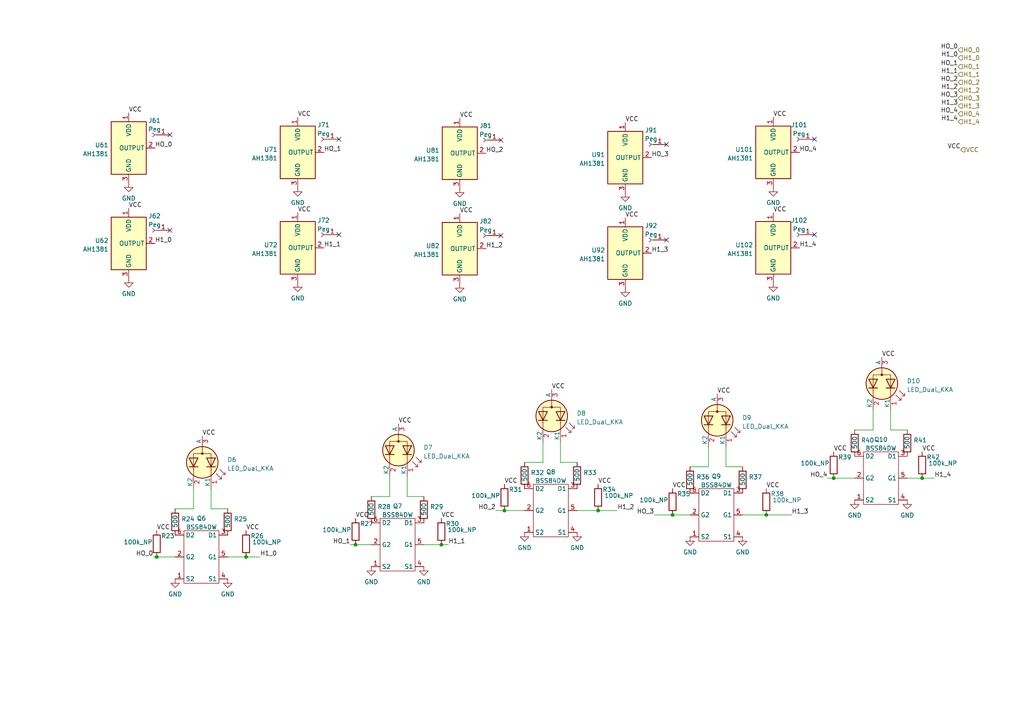
<source format=kicad_sch>
(kicad_sch (version 20211123) (generator eeschema)

  (uuid 6ed3df6f-6705-4f68-9ded-bf6cd54163bb)

  (paper "A4")

  (lib_symbols
    (symbol "Connector:Conn_01x01_Female" (pin_names (offset 1.016) hide) (in_bom yes) (on_board yes)
      (property "Reference" "J" (id 0) (at 0 2.54 0)
        (effects (font (size 1.27 1.27)))
      )
      (property "Value" "Conn_01x01_Female" (id 1) (at 0 -2.54 0)
        (effects (font (size 1.27 1.27)))
      )
      (property "Footprint" "" (id 2) (at 0 0 0)
        (effects (font (size 1.27 1.27)) hide)
      )
      (property "Datasheet" "~" (id 3) (at 0 0 0)
        (effects (font (size 1.27 1.27)) hide)
      )
      (property "ki_keywords" "connector" (id 4) (at 0 0 0)
        (effects (font (size 1.27 1.27)) hide)
      )
      (property "ki_description" "Generic connector, single row, 01x01, script generated (kicad-library-utils/schlib/autogen/connector/)" (id 5) (at 0 0 0)
        (effects (font (size 1.27 1.27)) hide)
      )
      (property "ki_fp_filters" "Connector*:*" (id 6) (at 0 0 0)
        (effects (font (size 1.27 1.27)) hide)
      )
      (symbol "Conn_01x01_Female_1_1"
        (polyline
          (pts
            (xy -1.27 0)
            (xy -0.508 0)
          )
          (stroke (width 0.1524) (type default) (color 0 0 0 0))
          (fill (type none))
        )
        (arc (start 0 0.508) (mid -0.508 0) (end 0 -0.508)
          (stroke (width 0.1524) (type default) (color 0 0 0 0))
          (fill (type none))
        )
        (pin passive line (at -5.08 0 0) (length 3.81)
          (name "Pin_1" (effects (font (size 1.27 1.27))))
          (number "1" (effects (font (size 1.27 1.27))))
        )
      )
    )
    (symbol "Device:LED_Dual_KKA" (pin_names (offset 0)) (in_bom yes) (on_board yes)
      (property "Reference" "D" (id 0) (at 0 5.715 0)
        (effects (font (size 1.27 1.27)))
      )
      (property "Value" "LED_Dual_KKA" (id 1) (at 0 -6.35 0)
        (effects (font (size 1.27 1.27)))
      )
      (property "Footprint" "" (id 2) (at 1.27 0 0)
        (effects (font (size 1.27 1.27)) hide)
      )
      (property "Datasheet" "~" (id 3) (at 1.27 0 0)
        (effects (font (size 1.27 1.27)) hide)
      )
      (property "ki_keywords" "LED diode bicolor dual" (id 4) (at 0 0 0)
        (effects (font (size 1.27 1.27)) hide)
      )
      (property "ki_description" "Dual LED, common anode on pin 3" (id 5) (at 0 0 0)
        (effects (font (size 1.27 1.27)) hide)
      )
      (property "ki_fp_filters" "LED* LED_SMD:* LED_THT:*" (id 6) (at 0 0 0)
        (effects (font (size 1.27 1.27)) hide)
      )
      (symbol "LED_Dual_KKA_0_1"
        (circle (center -2.54 0) (radius 0.2794)
          (stroke (width 0) (type default) (color 0 0 0 0))
          (fill (type outline))
        )
        (polyline
          (pts
            (xy -4.572 0)
            (xy -2.54 0)
          )
          (stroke (width 0) (type default) (color 0 0 0 0))
          (fill (type none))
        )
        (polyline
          (pts
            (xy 1.27 -1.27)
            (xy 1.27 -3.81)
          )
          (stroke (width 0.254) (type default) (color 0 0 0 0))
          (fill (type none))
        )
        (polyline
          (pts
            (xy 1.27 3.81)
            (xy 1.27 1.27)
          )
          (stroke (width 0.254) (type default) (color 0 0 0 0))
          (fill (type none))
        )
        (polyline
          (pts
            (xy 3.81 -2.54)
            (xy 1.905 -2.54)
          )
          (stroke (width 0) (type default) (color 0 0 0 0))
          (fill (type none))
        )
        (polyline
          (pts
            (xy 3.81 2.54)
            (xy 1.905 2.54)
          )
          (stroke (width 0) (type default) (color 0 0 0 0))
          (fill (type none))
        )
        (polyline
          (pts
            (xy -1.27 -1.27)
            (xy -1.27 -3.81)
            (xy 1.27 -2.54)
            (xy -1.27 -1.27)
          )
          (stroke (width 0.254) (type default) (color 0 0 0 0))
          (fill (type none))
        )
        (polyline
          (pts
            (xy -1.27 3.81)
            (xy -1.27 1.27)
            (xy 1.27 2.54)
            (xy -1.27 3.81)
          )
          (stroke (width 0.254) (type default) (color 0 0 0 0))
          (fill (type none))
        )
        (polyline
          (pts
            (xy 2.032 2.54)
            (xy -2.54 2.54)
            (xy -2.54 -2.54)
            (xy 2.032 -2.54)
          )
          (stroke (width 0) (type default) (color 0 0 0 0))
          (fill (type none))
        )
        (polyline
          (pts
            (xy 2.032 5.08)
            (xy 3.556 6.604)
            (xy 2.794 6.604)
            (xy 3.556 6.604)
            (xy 3.556 5.842)
          )
          (stroke (width 0) (type default) (color 0 0 0 0))
          (fill (type none))
        )
        (polyline
          (pts
            (xy 3.302 4.064)
            (xy 4.826 5.588)
            (xy 4.064 5.588)
            (xy 4.826 5.588)
            (xy 4.826 4.826)
          )
          (stroke (width 0) (type default) (color 0 0 0 0))
          (fill (type none))
        )
        (circle (center 0 0) (radius 4.572)
          (stroke (width 0.254) (type default) (color 0 0 0 0))
          (fill (type background))
        )
      )
      (symbol "LED_Dual_KKA_1_1"
        (pin input line (at 7.62 2.54 180) (length 3.81)
          (name "K1" (effects (font (size 1.27 1.27))))
          (number "1" (effects (font (size 1.27 1.27))))
        )
        (pin input line (at 7.62 -2.54 180) (length 3.81)
          (name "K2" (effects (font (size 1.27 1.27))))
          (number "2" (effects (font (size 1.27 1.27))))
        )
        (pin input line (at -7.62 0 0) (length 3.048)
          (name "A" (effects (font (size 1.27 1.27))))
          (number "3" (effects (font (size 1.27 1.27))))
        )
      )
    )
    (symbol "Device:R" (pin_numbers hide) (pin_names (offset 0)) (in_bom yes) (on_board yes)
      (property "Reference" "R" (id 0) (at 2.032 0 90)
        (effects (font (size 1.27 1.27)))
      )
      (property "Value" "R" (id 1) (at 0 0 90)
        (effects (font (size 1.27 1.27)))
      )
      (property "Footprint" "" (id 2) (at -1.778 0 90)
        (effects (font (size 1.27 1.27)) hide)
      )
      (property "Datasheet" "~" (id 3) (at 0 0 0)
        (effects (font (size 1.27 1.27)) hide)
      )
      (property "ki_keywords" "R res resistor" (id 4) (at 0 0 0)
        (effects (font (size 1.27 1.27)) hide)
      )
      (property "ki_description" "Resistor" (id 5) (at 0 0 0)
        (effects (font (size 1.27 1.27)) hide)
      )
      (property "ki_fp_filters" "R_*" (id 6) (at 0 0 0)
        (effects (font (size 1.27 1.27)) hide)
      )
      (symbol "R_0_1"
        (rectangle (start -1.016 -2.54) (end 1.016 2.54)
          (stroke (width 0.254) (type default) (color 0 0 0 0))
          (fill (type none))
        )
      )
      (symbol "R_1_1"
        (pin passive line (at 0 3.81 270) (length 1.27)
          (name "~" (effects (font (size 1.27 1.27))))
          (number "1" (effects (font (size 1.27 1.27))))
        )
        (pin passive line (at 0 -3.81 90) (length 1.27)
          (name "~" (effects (font (size 1.27 1.27))))
          (number "2" (effects (font (size 1.27 1.27))))
        )
      )
    )
    (symbol "New_Library:BSS84DW" (in_bom yes) (on_board yes)
      (property "Reference" "Q" (id 0) (at -2.54 10.16 0)
        (effects (font (size 1.27 1.27)))
      )
      (property "Value" "BSS84DW" (id 1) (at -2.54 -7.62 0)
        (effects (font (size 1.27 1.27)))
      )
      (property "Footprint" "" (id 2) (at -27.94 6.35 0)
        (effects (font (size 1.27 1.27)) hide)
      )
      (property "Datasheet" "" (id 3) (at -27.94 6.35 0)
        (effects (font (size 1.27 1.27)) hide)
      )
      (symbol "BSS84DW_0_0"
        (pin bidirectional line (at -10.16 -5.08 0) (length 2.54)
          (name "S2" (effects (font (size 1.27 1.27))))
          (number "1" (effects (font (size 1.27 1.27))))
        )
        (pin bidirectional line (at -10.16 1.27 0) (length 2.54)
          (name "G2" (effects (font (size 1.27 1.27))))
          (number "2" (effects (font (size 1.27 1.27))))
        )
        (pin bidirectional line (at 5.08 7.62 180) (length 2.54)
          (name "D1" (effects (font (size 1.27 1.27))))
          (number "3" (effects (font (size 1.27 1.27))))
        )
        (pin bidirectional line (at 5.08 -5.08 180) (length 2.54)
          (name "S1" (effects (font (size 1.27 1.27))))
          (number "4" (effects (font (size 1.27 1.27))))
        )
        (pin bidirectional line (at 5.08 1.27 180) (length 2.54)
          (name "G1" (effects (font (size 1.27 1.27))))
          (number "5" (effects (font (size 1.27 1.27))))
        )
        (pin bidirectional line (at -10.16 7.62 0) (length 2.54)
          (name "D2" (effects (font (size 1.27 1.27))))
          (number "6" (effects (font (size 1.27 1.27))))
        )
      )
      (symbol "BSS84DW_0_1"
        (rectangle (start -7.62 8.89) (end 2.54 -6.35)
          (stroke (width 0) (type default) (color 0 0 0 0))
          (fill (type none))
        )
      )
    )
    (symbol "Sensor_Magnetic:AH1806-W" (in_bom yes) (on_board yes)
      (property "Reference" "U" (id 0) (at -5.08 8.89 0)
        (effects (font (size 1.27 1.27)))
      )
      (property "Value" "AH1806-W" (id 1) (at 7.62 8.89 0)
        (effects (font (size 1.27 1.27)))
      )
      (property "Footprint" "Package_TO_SOT_SMD:SC-59" (id 2) (at 13.97 -8.89 0)
        (effects (font (size 1.27 1.27)) hide)
      )
      (property "Datasheet" "https://www.diodes.com/assets/Datasheets/AH1806.pdf" (id 3) (at 0 0 0)
        (effects (font (size 1.27 1.27)) hide)
      )
      (property "ki_keywords" "hall switch" (id 4) (at 0 0 0)
        (effects (font (size 1.27 1.27)) hide)
      )
      (property "ki_description" "High Sensitivity Micropower Omnipolar Hall-Effect Switch, SC-59" (id 5) (at 0 0 0)
        (effects (font (size 1.27 1.27)) hide)
      )
      (property "ki_fp_filters" "SC?59*" (id 6) (at 0 0 0)
        (effects (font (size 1.27 1.27)) hide)
      )
      (symbol "AH1806-W_0_1"
        (rectangle (start 5.08 7.62) (end -5.08 -7.62)
          (stroke (width 0.254) (type default) (color 0 0 0 0))
          (fill (type background))
        )
      )
      (symbol "AH1806-W_1_1"
        (pin power_in line (at 0 10.16 270) (length 2.54)
          (name "VDD" (effects (font (size 1.27 1.27))))
          (number "1" (effects (font (size 1.27 1.27))))
        )
        (pin open_collector line (at 7.62 0 180) (length 2.54)
          (name "OUTPUT" (effects (font (size 1.27 1.27))))
          (number "2" (effects (font (size 1.27 1.27))))
        )
        (pin power_in line (at 0 -10.16 90) (length 2.54)
          (name "GND" (effects (font (size 1.27 1.27))))
          (number "3" (effects (font (size 1.27 1.27))))
        )
      )
    )
    (symbol "power:GND" (power) (pin_names (offset 0)) (in_bom yes) (on_board yes)
      (property "Reference" "#PWR" (id 0) (at 0 -6.35 0)
        (effects (font (size 1.27 1.27)) hide)
      )
      (property "Value" "GND" (id 1) (at 0 -3.81 0)
        (effects (font (size 1.27 1.27)))
      )
      (property "Footprint" "" (id 2) (at 0 0 0)
        (effects (font (size 1.27 1.27)) hide)
      )
      (property "Datasheet" "" (id 3) (at 0 0 0)
        (effects (font (size 1.27 1.27)) hide)
      )
      (property "ki_keywords" "power-flag" (id 4) (at 0 0 0)
        (effects (font (size 1.27 1.27)) hide)
      )
      (property "ki_description" "Power symbol creates a global label with name \"GND\" , ground" (id 5) (at 0 0 0)
        (effects (font (size 1.27 1.27)) hide)
      )
      (symbol "GND_0_1"
        (polyline
          (pts
            (xy 0 0)
            (xy 0 -1.27)
            (xy 1.27 -1.27)
            (xy 0 -2.54)
            (xy -1.27 -1.27)
            (xy 0 -1.27)
          )
          (stroke (width 0) (type default) (color 0 0 0 0))
          (fill (type none))
        )
      )
      (symbol "GND_1_1"
        (pin power_in line (at 0 0 270) (length 0) hide
          (name "GND" (effects (font (size 1.27 1.27))))
          (number "1" (effects (font (size 1.27 1.27))))
        )
      )
    )
  )

  (junction (at 241.808 138.684) (diameter 0) (color 0 0 0 0)
    (uuid 14044a67-4765-4835-9c36-edf4365bf594)
  )
  (junction (at 267.462 138.684) (diameter 0) (color 0 0 0 0)
    (uuid 4bc842a3-e812-4e6e-a446-faca042ebfe1)
  )
  (junction (at 222.25 149.352) (diameter 0) (color 0 0 0 0)
    (uuid 70b8f9c0-ddb7-45c9-b7b2-c753d9faf8b6)
  )
  (junction (at 45.466 161.544) (diameter 0) (color 0 0 0 0)
    (uuid a97b7838-9c18-41bb-8eb1-a46f3d05557b)
  )
  (junction (at 128.016 157.988) (diameter 0) (color 0 0 0 0)
    (uuid b5b0046b-eb4c-4e07-9721-492256c12116)
  )
  (junction (at 71.374 161.544) (diameter 0) (color 0 0 0 0)
    (uuid cb76e2e2-e8f0-4ba8-ac2c-9d5cbc4958f4)
  )
  (junction (at 195.072 149.352) (diameter 0) (color 0 0 0 0)
    (uuid ccbe98b6-03df-4b5b-a862-1b4a3c65d405)
  )
  (junction (at 103.124 157.988) (diameter 0) (color 0 0 0 0)
    (uuid eca2e209-ef40-40ea-95b9-ed332b9e8f02)
  )
  (junction (at 146.304 148.082) (diameter 0) (color 0 0 0 0)
    (uuid f6db6e1b-1e15-488f-a517-5c3fa7641bf8)
  )
  (junction (at 173.482 148.082) (diameter 0) (color 0 0 0 0)
    (uuid f84150b0-069f-49d7-90b1-32cc779c3808)
  )

  (no_connect (at 98.298 40.386) (uuid 16940ef7-9609-48c4-ba51-c5da6d05e40c))
  (no_connect (at 145.288 40.64) (uuid 2043524a-2482-4e32-ad08-227a7ba08a14))
  (no_connect (at 236.22 68.072) (uuid 27cf16ff-5191-477c-8236-ab39249ada2c))
  (no_connect (at 49.276 39.116) (uuid 2b99fd19-88f1-4123-bf8d-d09ae986b475))
  (no_connect (at 193.294 69.596) (uuid 2f542810-4284-4a07-9fb4-273f7333b136))
  (no_connect (at 236.22 40.386) (uuid 31060779-2ea4-49de-9e26-5278b737a40f))
  (no_connect (at 98.298 68.072) (uuid 62a08053-430a-47c1-bad3-389eb96510f5))
  (no_connect (at 193.294 41.91) (uuid 6839a59f-089b-4ae7-8112-67bbb79da26a))
  (no_connect (at 49.276 66.802) (uuid 8eade504-7177-4382-b527-d9840f6eaf5c))
  (no_connect (at 145.288 68.326) (uuid abb31bef-f0ea-4ef2-976f-2a6cd4eeaf13))

  (wire (pts (xy 130.048 157.988) (xy 128.016 157.988))
    (stroke (width 0) (type default) (color 0 0 0 0))
    (uuid 032cb037-aba3-40ba-b9a2-0627e7c65d4c)
  )
  (wire (pts (xy 222.25 149.352) (xy 215.392 149.352))
    (stroke (width 0) (type default) (color 0 0 0 0))
    (uuid 09a25d6f-cae8-4b50-b94d-a118450da791)
  )
  (wire (pts (xy 118.11 138.176) (xy 118.11 144.018))
    (stroke (width 0) (type default) (color 0 0 0 0))
    (uuid 0a39f7e2-c7dd-4009-abe3-fb0433b20bc6)
  )
  (wire (pts (xy 229.616 149.352) (xy 222.25 149.352))
    (stroke (width 0) (type default) (color 0 0 0 0))
    (uuid 0baa4a35-f7d0-49e2-aad6-734b8a6699ee)
  )
  (wire (pts (xy 210.566 135.382) (xy 215.392 135.382))
    (stroke (width 0) (type default) (color 0 0 0 0))
    (uuid 0f089622-327b-48e7-b70d-1f951cb41e85)
  )
  (wire (pts (xy 107.696 144.018) (xy 113.03 144.018))
    (stroke (width 0) (type default) (color 0 0 0 0))
    (uuid 12c0fa01-7881-4ea6-9e4a-d94d83b21a04)
  )
  (wire (pts (xy 146.304 148.082) (xy 152.146 148.082))
    (stroke (width 0) (type default) (color 0 0 0 0))
    (uuid 186d5ac7-3042-44ba-9dfb-f9781f1942d7)
  )
  (wire (pts (xy 128.016 157.988) (xy 122.936 157.988))
    (stroke (width 0) (type default) (color 0 0 0 0))
    (uuid 1a5c03e5-be08-4ac6-8152-df7268f8dbb0)
  )
  (wire (pts (xy 75.438 161.544) (xy 71.374 161.544))
    (stroke (width 0) (type default) (color 0 0 0 0))
    (uuid 1f82c4e1-c30d-441d-a56d-04a0bee5204c)
  )
  (wire (pts (xy 152.146 134.112) (xy 157.48 134.112))
    (stroke (width 0) (type default) (color 0 0 0 0))
    (uuid 1f93057a-d9a3-46d1-a1d5-6bfc5ba07e68)
  )
  (wire (pts (xy 195.072 149.352) (xy 200.152 149.352))
    (stroke (width 0) (type default) (color 0 0 0 0))
    (uuid 2061d66e-030f-4d61-93f0-0aa757b7935f)
  )
  (wire (pts (xy 50.8 147.574) (xy 56.134 147.574))
    (stroke (width 0) (type default) (color 0 0 0 0))
    (uuid 26240f37-8881-4c05-b184-92c587ec162d)
  )
  (wire (pts (xy 113.03 144.018) (xy 113.03 138.176))
    (stroke (width 0) (type default) (color 0 0 0 0))
    (uuid 27375219-0f95-4002-ac19-7f1c9e171090)
  )
  (wire (pts (xy 157.48 134.112) (xy 157.48 128.27))
    (stroke (width 0) (type default) (color 0 0 0 0))
    (uuid 2ad1253f-5690-4562-b2e9-a31c806ea4db)
  )
  (wire (pts (xy 258.318 124.714) (xy 263.144 124.714))
    (stroke (width 0) (type default) (color 0 0 0 0))
    (uuid 326c88b0-697b-47cb-9429-bc339ea885be)
  )
  (wire (pts (xy 162.56 128.27) (xy 162.56 134.112))
    (stroke (width 0) (type default) (color 0 0 0 0))
    (uuid 3bd7bc8b-09d7-43ce-a20f-e00074233acc)
  )
  (wire (pts (xy 267.462 138.684) (xy 263.144 138.684))
    (stroke (width 0) (type default) (color 0 0 0 0))
    (uuid 3c1517d8-0d63-49d1-8ce7-0b01a6800a95)
  )
  (wire (pts (xy 143.764 148.082) (xy 146.304 148.082))
    (stroke (width 0) (type default) (color 0 0 0 0))
    (uuid 511d7a35-38cc-4dda-a0fb-4deee533e01e)
  )
  (wire (pts (xy 61.214 141.732) (xy 61.214 147.574))
    (stroke (width 0) (type default) (color 0 0 0 0))
    (uuid 62072efa-ae03-4a2c-8243-3d9692e90b4c)
  )
  (wire (pts (xy 240.03 138.684) (xy 241.808 138.684))
    (stroke (width 0) (type default) (color 0 0 0 0))
    (uuid 6ad1d2db-c9bd-4709-96fc-c43baca1c42f)
  )
  (wire (pts (xy 44.45 161.544) (xy 45.466 161.544))
    (stroke (width 0) (type default) (color 0 0 0 0))
    (uuid 6e62a8ff-80c0-4edc-b807-f2b22e7f3ef2)
  )
  (wire (pts (xy 61.214 147.574) (xy 66.04 147.574))
    (stroke (width 0) (type default) (color 0 0 0 0))
    (uuid 6f1e9c8b-f472-4036-ad57-8835309b8a70)
  )
  (wire (pts (xy 56.134 147.574) (xy 56.134 141.732))
    (stroke (width 0) (type default) (color 0 0 0 0))
    (uuid 6f281515-8b69-4e41-adaf-c89a17fd7db1)
  )
  (wire (pts (xy 247.904 124.714) (xy 253.238 124.714))
    (stroke (width 0) (type default) (color 0 0 0 0))
    (uuid 7b522b00-505d-48b4-8965-21023c364e3d)
  )
  (wire (pts (xy 253.238 124.714) (xy 253.238 118.872))
    (stroke (width 0) (type default) (color 0 0 0 0))
    (uuid 86a2cdad-5465-41a6-9990-d2a0e55b68c1)
  )
  (wire (pts (xy 241.808 138.684) (xy 247.904 138.684))
    (stroke (width 0) (type default) (color 0 0 0 0))
    (uuid 8a25f423-5798-4458-81dc-031c7a81f4ed)
  )
  (wire (pts (xy 71.374 161.544) (xy 66.04 161.544))
    (stroke (width 0) (type default) (color 0 0 0 0))
    (uuid 8f84fd24-55d5-4394-8003-197d2b2a59e1)
  )
  (wire (pts (xy 189.738 149.352) (xy 195.072 149.352))
    (stroke (width 0) (type default) (color 0 0 0 0))
    (uuid 9981ea91-6598-49e5-a0aa-de7a036f8eac)
  )
  (wire (pts (xy 118.11 144.018) (xy 122.936 144.018))
    (stroke (width 0) (type default) (color 0 0 0 0))
    (uuid a37d8931-879d-4e14-9b49-4a40b7e48abc)
  )
  (wire (pts (xy 179.07 148.082) (xy 173.482 148.082))
    (stroke (width 0) (type default) (color 0 0 0 0))
    (uuid ad7abb08-3691-4958-9041-7652f64a3fb4)
  )
  (wire (pts (xy 162.56 134.112) (xy 167.386 134.112))
    (stroke (width 0) (type default) (color 0 0 0 0))
    (uuid bbf4576e-0934-444d-b17a-644916e007f9)
  )
  (wire (pts (xy 271.018 138.684) (xy 267.462 138.684))
    (stroke (width 0) (type default) (color 0 0 0 0))
    (uuid bf148b2c-860f-4154-b736-73c69ff5096f)
  )
  (wire (pts (xy 205.486 135.382) (xy 205.486 129.54))
    (stroke (width 0) (type default) (color 0 0 0 0))
    (uuid c0eac18d-49eb-4f1b-b67c-cff532ba7410)
  )
  (wire (pts (xy 173.482 148.082) (xy 167.386 148.082))
    (stroke (width 0) (type default) (color 0 0 0 0))
    (uuid c42cbdcd-d228-4b9a-bc53-5643810bdb71)
  )
  (wire (pts (xy 45.466 161.544) (xy 50.8 161.544))
    (stroke (width 0) (type default) (color 0 0 0 0))
    (uuid cc27656c-d9b5-45b2-9525-7e0d829fc39a)
  )
  (wire (pts (xy 210.566 129.54) (xy 210.566 135.382))
    (stroke (width 0) (type default) (color 0 0 0 0))
    (uuid cda33d22-acd1-400c-bc67-27c58c9b816d)
  )
  (wire (pts (xy 200.152 135.382) (xy 205.486 135.382))
    (stroke (width 0) (type default) (color 0 0 0 0))
    (uuid d2dac358-643d-4ec8-99d5-f84da8b7595b)
  )
  (wire (pts (xy 103.124 157.988) (xy 107.696 157.988))
    (stroke (width 0) (type default) (color 0 0 0 0))
    (uuid e1849eb9-0726-4cf4-93a7-f1751b8c6ec0)
  )
  (wire (pts (xy 258.318 118.872) (xy 258.318 124.714))
    (stroke (width 0) (type default) (color 0 0 0 0))
    (uuid ec05be82-601a-4dbe-b43a-0e7c9db1a31d)
  )
  (wire (pts (xy 101.6 157.988) (xy 103.124 157.988))
    (stroke (width 0) (type default) (color 0 0 0 0))
    (uuid ed69fc1c-ed35-40ee-bbf1-53d4bac6ec3f)
  )

  (label "VCC" (at 208.026 114.3 0)
    (effects (font (size 1.27 1.27)) (justify left bottom))
    (uuid 00bcdb86-0253-47e5-886b-7290874d5599)
  )
  (label "HO_4" (at 231.902 44.196 0)
    (effects (font (size 1.27 1.27)) (justify left bottom))
    (uuid 01db3bc0-2721-49b4-9a90-59b6d353ebf5)
  )
  (label "HO_1" (at 93.98 44.196 0)
    (effects (font (size 1.27 1.27)) (justify left bottom))
    (uuid 043af2e8-853b-4b6c-b6d4-ee154526d141)
  )
  (label "HO_4" (at 240.03 138.684 180)
    (effects (font (size 1.27 1.27)) (justify right bottom))
    (uuid 1c952686-4c79-4483-a85a-c930942095d2)
  )
  (label "VCC" (at 133.35 61.976 0)
    (effects (font (size 1.27 1.27)) (justify left bottom))
    (uuid 23c8bfe7-1b7b-4de1-8741-bf4f83d8ca04)
  )
  (label "H1_4" (at 231.902 71.882 0)
    (effects (font (size 1.27 1.27)) (justify left bottom))
    (uuid 26bde182-4b0f-4cfb-97ea-edf9814efba6)
  )
  (label "H1_1" (at 130.048 157.988 0)
    (effects (font (size 1.27 1.27)) (justify left bottom))
    (uuid 27a33070-e31a-4486-9284-0f6845031027)
  )
  (label "VCC" (at 86.36 61.722 0)
    (effects (font (size 1.27 1.27)) (justify left bottom))
    (uuid 32e309ab-ffe4-4d2c-bf56-43ea76e8786e)
  )
  (label "VCC" (at 224.282 34.036 0)
    (effects (font (size 1.27 1.27)) (justify left bottom))
    (uuid 355926de-e1db-4fd8-8d8a-20d9e15f7ae4)
  )
  (label "VCC" (at 45.466 153.924 0)
    (effects (font (size 1.27 1.27)) (justify left bottom))
    (uuid 36ed40cb-3599-477f-885e-871860ddb9b8)
  )
  (label "VCC" (at 133.35 34.29 0)
    (effects (font (size 1.27 1.27)) (justify left bottom))
    (uuid 3d57004a-60c2-4d4e-9b8f-5af42c836ab0)
  )
  (label "VCC" (at 181.356 35.56 0)
    (effects (font (size 1.27 1.27)) (justify left bottom))
    (uuid 478e3718-f189-4f10-90e1-27e23d8e19af)
  )
  (label "VCC" (at 160.02 113.03 0)
    (effects (font (size 1.27 1.27)) (justify left bottom))
    (uuid 4ea7dd9d-7d5d-4ff6-8a85-0da67dbe49a8)
  )
  (label "VCC" (at 115.57 122.936 0)
    (effects (font (size 1.27 1.27)) (justify left bottom))
    (uuid 4f55b59a-074d-43da-9f22-320cf03d1e1f)
  )
  (label "H1_0" (at 44.958 70.612 0)
    (effects (font (size 1.27 1.27)) (justify left bottom))
    (uuid 5355523c-4e99-4ff1-8de3-c06caf35bee1)
  )
  (label "HO_0" (at 44.958 42.926 0)
    (effects (font (size 1.27 1.27)) (justify left bottom))
    (uuid 545addb5-fbd1-4e86-bf71-5b076d7fcf8f)
  )
  (label "VCC" (at 255.778 103.632 0)
    (effects (font (size 1.27 1.27)) (justify left bottom))
    (uuid 567c44fc-1274-46e2-ba62-e61a3b15b085)
  )
  (label "VCC" (at 278.638 43.434 180)
    (effects (font (size 1.27 1.27)) (justify right bottom))
    (uuid 569c80fd-b9a4-4838-af76-d8afaf1caf45)
  )
  (label "H1_0" (at 277.876 16.764 180)
    (effects (font (size 1.27 1.27)) (justify right bottom))
    (uuid 58e88fb4-e7c0-402f-857a-5c97cfd432e4)
  )
  (label "H1_4" (at 277.876 35.306 180)
    (effects (font (size 1.27 1.27)) (justify right bottom))
    (uuid 6452ea3d-4f70-42cf-97b9-26a10c3dcb71)
  )
  (label "HO_3" (at 188.976 45.72 0)
    (effects (font (size 1.27 1.27)) (justify left bottom))
    (uuid 664bd2fd-a0b1-45ca-86bd-909e1df1d1d4)
  )
  (label "HO_1" (at 101.6 157.988 180)
    (effects (font (size 1.27 1.27)) (justify right bottom))
    (uuid 69a5b475-14e2-4f07-b2f5-81056a6865e3)
  )
  (label "VCC" (at 37.338 60.452 0)
    (effects (font (size 1.27 1.27)) (justify left bottom))
    (uuid 6e106243-4ecc-4c96-8c0a-34d5f19fbb89)
  )
  (label "H1_4" (at 271.018 138.684 0)
    (effects (font (size 1.27 1.27)) (justify left bottom))
    (uuid 70507a2c-6703-4db6-a864-987154c5905d)
  )
  (label "HO_2" (at 143.764 148.082 180)
    (effects (font (size 1.27 1.27)) (justify right bottom))
    (uuid 71573532-4883-4d8a-b718-efd611fc49b0)
  )
  (label "H1_0" (at 75.438 161.544 0)
    (effects (font (size 1.27 1.27)) (justify left bottom))
    (uuid 765f950c-6967-4c81-94b0-7797499bb2e2)
  )
  (label "HO_3" (at 189.738 149.352 180)
    (effects (font (size 1.27 1.27)) (justify right bottom))
    (uuid 785e346a-470c-4f26-a480-ada0581c6875)
  )
  (label "HO_2" (at 140.97 44.45 0)
    (effects (font (size 1.27 1.27)) (justify left bottom))
    (uuid 7c0a2d9d-5228-4b3d-bc13-ec87cae46f2d)
  )
  (label "VCC" (at 103.124 150.368 0)
    (effects (font (size 1.27 1.27)) (justify left bottom))
    (uuid 8133fbbc-1c37-4deb-93c6-d9aabd4784e7)
  )
  (label "VCC" (at 146.304 140.462 0)
    (effects (font (size 1.27 1.27)) (justify left bottom))
    (uuid 84d8b005-9644-4946-87c2-aa0ed31c06df)
  )
  (label "VCC" (at 241.808 131.064 0)
    (effects (font (size 1.27 1.27)) (justify left bottom))
    (uuid 8d06a887-3f60-469d-8ed1-4348ea77100d)
  )
  (label "H1_2" (at 140.97 72.136 0)
    (effects (font (size 1.27 1.27)) (justify left bottom))
    (uuid 92c24edf-4540-4245-9609-1e96fc00974e)
  )
  (label "VCC" (at 173.482 140.462 0)
    (effects (font (size 1.27 1.27)) (justify left bottom))
    (uuid 980cc7bb-4004-41de-8165-cdbb639aa4ad)
  )
  (label "VCC" (at 71.374 153.924 0)
    (effects (font (size 1.27 1.27)) (justify left bottom))
    (uuid 9ff50fa9-07cb-44e1-b299-e555804a19db)
  )
  (label "HO_1" (at 277.876 19.304 180)
    (effects (font (size 1.27 1.27)) (justify right bottom))
    (uuid a1a8ee2c-24a0-4876-b96e-1bd80a7f2cfa)
  )
  (label "VCC" (at 58.674 126.492 0)
    (effects (font (size 1.27 1.27)) (justify left bottom))
    (uuid a459afd9-c649-4e72-8d47-0572e1e840b6)
  )
  (label "H1_3" (at 229.616 149.352 0)
    (effects (font (size 1.27 1.27)) (justify left bottom))
    (uuid a6e07bb0-2b50-4ded-8920-bed33da452b4)
  )
  (label "VCC" (at 195.072 141.732 0)
    (effects (font (size 1.27 1.27)) (justify left bottom))
    (uuid b5cb69c5-4a97-4593-bf09-eb8e90d075c9)
  )
  (label "H1_3" (at 188.976 73.406 0)
    (effects (font (size 1.27 1.27)) (justify left bottom))
    (uuid bd299b8e-6bbc-419f-8cb8-3e69bf496b11)
  )
  (label "VCC" (at 37.338 32.766 0)
    (effects (font (size 1.27 1.27)) (justify left bottom))
    (uuid c061b97c-8931-4d24-983c-1a228753801e)
  )
  (label "VCC" (at 181.356 63.246 0)
    (effects (font (size 1.27 1.27)) (justify left bottom))
    (uuid c3909d7d-707a-4f56-a24c-b50520b1348d)
  )
  (label "HO_2" (at 277.876 23.876 180)
    (effects (font (size 1.27 1.27)) (justify right bottom))
    (uuid c467b627-cc78-4a69-b84d-5c17d30a63b3)
  )
  (label "H1_1" (at 277.876 21.59 180)
    (effects (font (size 1.27 1.27)) (justify right bottom))
    (uuid c795e86b-0767-4b30-89da-2473e59d8533)
  )
  (label "HO_0" (at 277.876 14.478 180)
    (effects (font (size 1.27 1.27)) (justify right bottom))
    (uuid d7a0e6a1-3e3f-4647-a42e-00f19b969e5c)
  )
  (label "H1_2" (at 179.07 148.082 0)
    (effects (font (size 1.27 1.27)) (justify left bottom))
    (uuid dad4a5a4-d3e6-4c08-aa24-4a7670782314)
  )
  (label "HO_4" (at 277.876 33.02 180)
    (effects (font (size 1.27 1.27)) (justify right bottom))
    (uuid ddf15847-755b-4822-b2cd-444f7f5141bf)
  )
  (label "H1_2" (at 277.876 26.162 180)
    (effects (font (size 1.27 1.27)) (justify right bottom))
    (uuid e2c59e8f-2057-4271-8033-0f070c5cbb9c)
  )
  (label "HO_3" (at 277.876 28.448 180)
    (effects (font (size 1.27 1.27)) (justify right bottom))
    (uuid e74632c6-0c2e-4b1e-8c00-cc6259fa72fc)
  )
  (label "VCC" (at 86.36 34.036 0)
    (effects (font (size 1.27 1.27)) (justify left bottom))
    (uuid e7bde61a-c05c-4cfa-9b1f-335d00e79076)
  )
  (label "H1_3" (at 277.876 30.734 180)
    (effects (font (size 1.27 1.27)) (justify right bottom))
    (uuid e8012cfc-4d84-4bf4-8f56-ac2c2f5d5cae)
  )
  (label "VCC" (at 224.282 61.722 0)
    (effects (font (size 1.27 1.27)) (justify left bottom))
    (uuid e902ea45-a1fc-4938-9929-fac1abd7f7b5)
  )
  (label "H1_1" (at 93.98 71.882 0)
    (effects (font (size 1.27 1.27)) (justify left bottom))
    (uuid eb53da6b-4192-4046-8a57-308bcda2fcc8)
  )
  (label "VCC" (at 128.016 150.368 0)
    (effects (font (size 1.27 1.27)) (justify left bottom))
    (uuid ef92783c-cc9b-41e0-be6b-cf5a52f4ef23)
  )
  (label "VCC" (at 222.25 141.732 0)
    (effects (font (size 1.27 1.27)) (justify left bottom))
    (uuid f2438321-ac43-4624-be74-cb61e3cfde3c)
  )
  (label "VCC" (at 267.462 131.064 0)
    (effects (font (size 1.27 1.27)) (justify left bottom))
    (uuid f2678a75-b3e5-4c5f-b1f0-8da88faddd64)
  )
  (label "HO_0" (at 44.45 161.544 180)
    (effects (font (size 1.27 1.27)) (justify right bottom))
    (uuid fe92ae7e-8117-4bd6-8d2b-932b45f60949)
  )

  (hierarchical_label "H1_0" (shape input) (at 277.876 16.764 0)
    (effects (font (size 1.27 1.27)) (justify left))
    (uuid 0560bd0f-dec3-446f-ab70-869505f5a0ff)
  )
  (hierarchical_label "H0_0" (shape input) (at 277.876 14.478 0)
    (effects (font (size 1.27 1.27)) (justify left))
    (uuid 1454dfd2-d381-43e9-948c-29cb4d2979e3)
  )
  (hierarchical_label "H0_2" (shape input) (at 277.876 23.876 0)
    (effects (font (size 1.27 1.27)) (justify left))
    (uuid 361304b0-f00d-446f-8870-3ed415ff9e0b)
  )
  (hierarchical_label "H1_1" (shape input) (at 277.876 21.59 0)
    (effects (font (size 1.27 1.27)) (justify left))
    (uuid 428cbb32-e1a3-4440-878f-e0bc85bee7e8)
  )
  (hierarchical_label "H1_4" (shape input) (at 277.876 35.306 0)
    (effects (font (size 1.27 1.27)) (justify left))
    (uuid 48b08df1-efe7-40af-9c6b-3c7bb73e9844)
  )
  (hierarchical_label "H1_3" (shape input) (at 277.876 30.734 0)
    (effects (font (size 1.27 1.27)) (justify left))
    (uuid 4f9ac0f9-ade2-410c-b03e-9d2f3b56651b)
  )
  (hierarchical_label "VCC" (shape input) (at 278.638 43.434 0)
    (effects (font (size 1.27 1.27)) (justify left))
    (uuid 7100c718-6dd3-481f-a2b5-71a11b3ffcd8)
  )
  (hierarchical_label "H0_3" (shape input) (at 277.876 28.448 0)
    (effects (font (size 1.27 1.27)) (justify left))
    (uuid 8e50896e-755b-40af-9380-d0ba09d639da)
  )
  (hierarchical_label "H0_4" (shape input) (at 277.876 33.02 0)
    (effects (font (size 1.27 1.27)) (justify left))
    (uuid a909fdd0-3b84-429d-bb6d-7795d9bc6c84)
  )
  (hierarchical_label "H0_1" (shape input) (at 277.876 19.304 0)
    (effects (font (size 1.27 1.27)) (justify left))
    (uuid e8a37567-e09b-448c-8304-aa5de5c2f1e5)
  )
  (hierarchical_label "H1_2" (shape input) (at 277.876 26.162 0)
    (effects (font (size 1.27 1.27)) (justify left))
    (uuid f9d370be-5dd9-4445-b141-83ee3de15990)
  )

  (symbol (lib_id "Connector:Conn_01x01_Female") (at 44.196 66.802 180) (unit 1)
    (in_bom yes) (on_board yes) (fields_autoplaced)
    (uuid 04a85397-5a95-474b-b3c2-f0bf5f24e98e)
    (property "Reference" "J62" (id 0) (at 44.831 62.645 0))
    (property "Value" "Peg" (id 1) (at 44.831 65.1819 0))
    (property "Footprint" "Library:TestPattern0" (id 2) (at 44.196 66.802 0)
      (effects (font (size 1.27 1.27)) hide)
    )
    (property "Datasheet" "~" (id 3) (at 44.196 66.802 0)
      (effects (font (size 1.27 1.27)) hide)
    )
    (pin "1" (uuid a83d6703-218a-47ee-bf6b-9fd35121b91b))
  )

  (symbol (lib_id "Device:LED_Dual_KKA") (at 115.57 130.556 270) (unit 1)
    (in_bom yes) (on_board yes) (fields_autoplaced)
    (uuid 04d1cdac-68f1-4285-9f7a-b2c0762ce62d)
    (property "Reference" "D7" (id 0) (at 122.809 129.7848 90)
      (effects (font (size 1.27 1.27)) (justify left))
    )
    (property "Value" "LED_Dual_KKA" (id 1) (at 122.809 132.3217 90)
      (effects (font (size 1.27 1.27)) (justify left))
    )
    (property "Footprint" "Package_TO_SOT_SMD:SC-59" (id 2) (at 115.57 131.826 0)
      (effects (font (size 1.27 1.27)) hide)
    )
    (property "Datasheet" "~" (id 3) (at 115.57 131.826 0)
      (effects (font (size 1.27 1.27)) hide)
    )
    (pin "1" (uuid f3d5a8c0-cef6-49e5-a4a3-71bb693628ef))
    (pin "2" (uuid 419c1c3b-3fc8-4416-bcde-d14652cfa220))
    (pin "3" (uuid da851b82-14f9-42b1-be8d-d2cc75995926))
  )

  (symbol (lib_id "Connector:Conn_01x01_Female") (at 188.214 69.596 180) (unit 1)
    (in_bom yes) (on_board yes) (fields_autoplaced)
    (uuid 062afad2-cce1-4af4-a3d0-771f138d3b0d)
    (property "Reference" "J92" (id 0) (at 188.849 65.439 0))
    (property "Value" "Peg" (id 1) (at 188.849 67.9759 0))
    (property "Footprint" "Library:TestPattern0" (id 2) (at 188.214 69.596 0)
      (effects (font (size 1.27 1.27)) hide)
    )
    (property "Datasheet" "~" (id 3) (at 188.214 69.596 0)
      (effects (font (size 1.27 1.27)) hide)
    )
    (pin "1" (uuid e4542898-b5b0-4a83-bad1-4929c0d890c9))
  )

  (symbol (lib_id "Device:R") (at 195.072 145.542 0) (unit 1)
    (in_bom yes) (on_board yes)
    (uuid 0c345966-ddb1-41ec-a394-cb8dc4bcde94)
    (property "Reference" "R35" (id 0) (at 196.342 143.256 0)
      (effects (font (size 1.27 1.27)) (justify left))
    )
    (property "Value" "100k_NP" (id 1) (at 185.42 145.034 0)
      (effects (font (size 1.27 1.27)) (justify left))
    )
    (property "Footprint" "Resistor_SMD:R_0402_1005Metric_Pad0.72x0.64mm_HandSolder" (id 2) (at 193.294 145.542 90)
      (effects (font (size 1.27 1.27)) hide)
    )
    (property "Datasheet" "~" (id 3) (at 195.072 145.542 0)
      (effects (font (size 1.27 1.27)) hide)
    )
    (pin "1" (uuid 54fb5ea6-582e-49dc-bb15-55c6d05d4874))
    (pin "2" (uuid b3d19347-fc25-4d3e-8020-140429e68144))
  )

  (symbol (lib_id "Connector:Conn_01x01_Female") (at 188.214 41.91 180) (unit 1)
    (in_bom yes) (on_board yes) (fields_autoplaced)
    (uuid 0ca73857-a7ac-44c8-9e4b-90e58e28bd27)
    (property "Reference" "J91" (id 0) (at 188.849 37.753 0))
    (property "Value" "Peg" (id 1) (at 188.849 40.2899 0))
    (property "Footprint" "Library:TestPattern0" (id 2) (at 188.214 41.91 0)
      (effects (font (size 1.27 1.27)) hide)
    )
    (property "Datasheet" "~" (id 3) (at 188.214 41.91 0)
      (effects (font (size 1.27 1.27)) hide)
    )
    (pin "1" (uuid 528fcae6-81e3-4efe-8412-8e9fb9631fd9))
  )

  (symbol (lib_id "power:GND") (at 133.35 54.61 0) (unit 1)
    (in_bom yes) (on_board yes) (fields_autoplaced)
    (uuid 1b0c4510-9284-4049-a322-04f365eef934)
    (property "Reference" "#PWR0147" (id 0) (at 133.35 60.96 0)
      (effects (font (size 1.27 1.27)) hide)
    )
    (property "Value" "GND" (id 1) (at 133.35 59.0534 0))
    (property "Footprint" "" (id 2) (at 133.35 54.61 0)
      (effects (font (size 1.27 1.27)) hide)
    )
    (property "Datasheet" "" (id 3) (at 133.35 54.61 0)
      (effects (font (size 1.27 1.27)) hide)
    )
    (pin "1" (uuid a1715030-698d-436a-8342-abecb02df9ad))
  )

  (symbol (lib_id "Device:R") (at 263.144 128.524 0) (unit 1)
    (in_bom yes) (on_board yes)
    (uuid 2574509b-d6a6-4b78-9ee1-592275ba8ba2)
    (property "Reference" "R41" (id 0) (at 264.922 127.6893 0)
      (effects (font (size 1.27 1.27)) (justify left))
    )
    (property "Value" "500" (id 1) (at 263.144 130.302 90)
      (effects (font (size 1.27 1.27)) (justify left))
    )
    (property "Footprint" "Resistor_SMD:R_0402_1005Metric_Pad0.72x0.64mm_HandSolder" (id 2) (at 261.366 128.524 90)
      (effects (font (size 1.27 1.27)) hide)
    )
    (property "Datasheet" "~" (id 3) (at 263.144 128.524 0)
      (effects (font (size 1.27 1.27)) hide)
    )
    (pin "1" (uuid ccf2e74e-68bf-41b6-91cd-fd8916cb88cb))
    (pin "2" (uuid 5e5ba7b1-8c49-4c66-b0af-113720ba3493))
  )

  (symbol (lib_id "power:GND") (at 224.282 82.042 0) (unit 1)
    (in_bom yes) (on_board yes) (fields_autoplaced)
    (uuid 34201baf-ebe7-45de-8b4f-9da666fbaf4d)
    (property "Reference" "#PWR0135" (id 0) (at 224.282 88.392 0)
      (effects (font (size 1.27 1.27)) hide)
    )
    (property "Value" "GND" (id 1) (at 224.282 86.4854 0))
    (property "Footprint" "" (id 2) (at 224.282 82.042 0)
      (effects (font (size 1.27 1.27)) hide)
    )
    (property "Datasheet" "" (id 3) (at 224.282 82.042 0)
      (effects (font (size 1.27 1.27)) hide)
    )
    (pin "1" (uuid 5cb5a9f3-7eed-4f5f-a72c-262dcd41c6ac))
  )

  (symbol (lib_id "power:GND") (at 122.936 164.338 0) (unit 1)
    (in_bom yes) (on_board yes) (fields_autoplaced)
    (uuid 3e6b5a0b-1bf7-4f17-bb59-c4e3ea1109c3)
    (property "Reference" "#PWR0144" (id 0) (at 122.936 170.688 0)
      (effects (font (size 1.27 1.27)) hide)
    )
    (property "Value" "GND" (id 1) (at 122.936 168.7814 0))
    (property "Footprint" "" (id 2) (at 122.936 164.338 0)
      (effects (font (size 1.27 1.27)) hide)
    )
    (property "Datasheet" "" (id 3) (at 122.936 164.338 0)
      (effects (font (size 1.27 1.27)) hide)
    )
    (pin "1" (uuid 7b2bb784-9f3e-461a-a274-8ad048a51911))
  )

  (symbol (lib_id "Device:LED_Dual_KKA") (at 160.02 120.65 270) (unit 1)
    (in_bom yes) (on_board yes) (fields_autoplaced)
    (uuid 41b52550-0932-49f0-bb20-5c4c3fb4fd61)
    (property "Reference" "D8" (id 0) (at 167.259 119.8788 90)
      (effects (font (size 1.27 1.27)) (justify left))
    )
    (property "Value" "LED_Dual_KKA" (id 1) (at 167.259 122.4157 90)
      (effects (font (size 1.27 1.27)) (justify left))
    )
    (property "Footprint" "Package_TO_SOT_SMD:SC-59" (id 2) (at 160.02 121.92 0)
      (effects (font (size 1.27 1.27)) hide)
    )
    (property "Datasheet" "~" (id 3) (at 160.02 121.92 0)
      (effects (font (size 1.27 1.27)) hide)
    )
    (pin "1" (uuid 99a373d2-3ca3-487e-9374-9023b749e5d9))
    (pin "2" (uuid 8abd77ad-a212-42b5-85d7-9aa0f117f362))
    (pin "3" (uuid 71d14ee6-fa46-4b45-9949-eac23124d1ef))
  )

  (symbol (lib_id "Device:R") (at 200.152 139.192 0) (unit 1)
    (in_bom yes) (on_board yes)
    (uuid 448d63f3-71ae-40ad-9918-d09afc0dd608)
    (property "Reference" "R36" (id 0) (at 201.93 138.3573 0)
      (effects (font (size 1.27 1.27)) (justify left))
    )
    (property "Value" "500" (id 1) (at 200.152 140.97 90)
      (effects (font (size 1.27 1.27)) (justify left))
    )
    (property "Footprint" "Resistor_SMD:R_0402_1005Metric_Pad0.72x0.64mm_HandSolder" (id 2) (at 198.374 139.192 90)
      (effects (font (size 1.27 1.27)) hide)
    )
    (property "Datasheet" "~" (id 3) (at 200.152 139.192 0)
      (effects (font (size 1.27 1.27)) hide)
    )
    (pin "1" (uuid 304d962d-a0f5-4ddc-bf57-c73da7aaa770))
    (pin "2" (uuid 85e7a9b7-94a9-4e31-96ea-2a9b5ae158ab))
  )

  (symbol (lib_id "Device:R") (at 71.374 157.734 0) (unit 1)
    (in_bom yes) (on_board yes)
    (uuid 477151f7-5bd1-49c2-a5b5-c71477decae6)
    (property "Reference" "R26" (id 0) (at 72.644 155.448 0)
      (effects (font (size 1.27 1.27)) (justify left))
    )
    (property "Value" "100k_NP" (id 1) (at 73.152 157.226 0)
      (effects (font (size 1.27 1.27)) (justify left))
    )
    (property "Footprint" "Resistor_SMD:R_0402_1005Metric_Pad0.72x0.64mm_HandSolder" (id 2) (at 69.596 157.734 90)
      (effects (font (size 1.27 1.27)) hide)
    )
    (property "Datasheet" "~" (id 3) (at 71.374 157.734 0)
      (effects (font (size 1.27 1.27)) hide)
    )
    (pin "1" (uuid 2f09791d-efd3-49e7-9330-106998f5932b))
    (pin "2" (uuid 38f52102-f820-4099-a06a-2ec68cf51283))
  )

  (symbol (lib_id "power:GND") (at 133.35 82.296 0) (unit 1)
    (in_bom yes) (on_board yes) (fields_autoplaced)
    (uuid 4d643534-bf2f-4ccc-9c23-0a803045152e)
    (property "Reference" "#PWR0150" (id 0) (at 133.35 88.646 0)
      (effects (font (size 1.27 1.27)) hide)
    )
    (property "Value" "GND" (id 1) (at 133.35 86.7394 0))
    (property "Footprint" "" (id 2) (at 133.35 82.296 0)
      (effects (font (size 1.27 1.27)) hide)
    )
    (property "Datasheet" "" (id 3) (at 133.35 82.296 0)
      (effects (font (size 1.27 1.27)) hide)
    )
    (pin "1" (uuid ef61a745-266e-4349-b185-61e612f6eccb))
  )

  (symbol (lib_id "power:GND") (at 37.338 80.772 0) (unit 1)
    (in_bom yes) (on_board yes) (fields_autoplaced)
    (uuid 4df7634f-225e-4cbc-b89c-9aeaea98b786)
    (property "Reference" "#PWR0153" (id 0) (at 37.338 87.122 0)
      (effects (font (size 1.27 1.27)) hide)
    )
    (property "Value" "GND" (id 1) (at 37.338 85.2154 0))
    (property "Footprint" "" (id 2) (at 37.338 80.772 0)
      (effects (font (size 1.27 1.27)) hide)
    )
    (property "Datasheet" "" (id 3) (at 37.338 80.772 0)
      (effects (font (size 1.27 1.27)) hide)
    )
    (pin "1" (uuid cfc5e060-3487-4a51-969c-781c9a8b16ab))
  )

  (symbol (lib_id "power:GND") (at 37.338 53.086 0) (unit 1)
    (in_bom yes) (on_board yes) (fields_autoplaced)
    (uuid 508e8e2b-e5de-41ea-878a-a3878beb76ef)
    (property "Reference" "#PWR0154" (id 0) (at 37.338 59.436 0)
      (effects (font (size 1.27 1.27)) hide)
    )
    (property "Value" "GND" (id 1) (at 37.338 57.5294 0))
    (property "Footprint" "" (id 2) (at 37.338 53.086 0)
      (effects (font (size 1.27 1.27)) hide)
    )
    (property "Datasheet" "" (id 3) (at 37.338 53.086 0)
      (effects (font (size 1.27 1.27)) hide)
    )
    (pin "1" (uuid ec106c4b-a6dd-4d80-94c9-a10d13777816))
  )

  (symbol (lib_id "Connector:Conn_01x01_Female") (at 93.218 40.386 180) (unit 1)
    (in_bom yes) (on_board yes) (fields_autoplaced)
    (uuid 5e58d8e5-8c24-4c5f-be5a-24efa13fb1fd)
    (property "Reference" "J71" (id 0) (at 93.853 36.229 0))
    (property "Value" "Peg" (id 1) (at 93.853 38.7659 0))
    (property "Footprint" "Library:TestPattern0" (id 2) (at 93.218 40.386 0)
      (effects (font (size 1.27 1.27)) hide)
    )
    (property "Datasheet" "~" (id 3) (at 93.218 40.386 0)
      (effects (font (size 1.27 1.27)) hide)
    )
    (pin "1" (uuid 0a13c54d-e095-446c-9f46-c3b318637d94))
  )

  (symbol (lib_id "Device:R") (at 107.696 147.828 0) (unit 1)
    (in_bom yes) (on_board yes)
    (uuid 646a398e-a0a8-4462-b54c-f43ba9d668b8)
    (property "Reference" "R28" (id 0) (at 109.474 146.9933 0)
      (effects (font (size 1.27 1.27)) (justify left))
    )
    (property "Value" "500" (id 1) (at 107.696 149.606 90)
      (effects (font (size 1.27 1.27)) (justify left))
    )
    (property "Footprint" "Resistor_SMD:R_0402_1005Metric_Pad0.72x0.64mm_HandSolder" (id 2) (at 105.918 147.828 90)
      (effects (font (size 1.27 1.27)) hide)
    )
    (property "Datasheet" "~" (id 3) (at 107.696 147.828 0)
      (effects (font (size 1.27 1.27)) hide)
    )
    (pin "1" (uuid 6f606ce8-1214-4b94-94b8-d5903b85a0a1))
    (pin "2" (uuid c1338c15-fcbd-49fa-b115-c24bf5cbb80e))
  )

  (symbol (lib_id "Sensor_Magnetic:AH1806-W") (at 133.35 44.45 0) (unit 1)
    (in_bom yes) (on_board yes) (fields_autoplaced)
    (uuid 64e1010d-69c8-4f62-9c08-56508df43d85)
    (property "Reference" "U81" (id 0) (at 127.5081 43.6153 0)
      (effects (font (size 1.27 1.27)) (justify right))
    )
    (property "Value" "AH1381" (id 1) (at 127.5081 46.1522 0)
      (effects (font (size 1.27 1.27)) (justify right))
    )
    (property "Footprint" "Package_TO_SOT_SMD:SOT-23" (id 2) (at 147.32 53.34 0)
      (effects (font (size 1.27 1.27)) hide)
    )
    (property "Datasheet" "" (id 3) (at 133.35 44.45 0)
      (effects (font (size 1.27 1.27)) hide)
    )
    (pin "1" (uuid d6b49b7f-574b-4682-a096-56e16a8e68fb))
    (pin "2" (uuid e9a3547b-677c-419d-a10a-8b4192169ab3))
    (pin "3" (uuid bedbe48f-0eef-4021-a7b4-6abbc750d4bb))
  )

  (symbol (lib_id "Device:R") (at 152.146 137.922 0) (unit 1)
    (in_bom yes) (on_board yes)
    (uuid 65f8eaa3-a2ad-4a1b-9517-7b5c36dfdbe8)
    (property "Reference" "R32" (id 0) (at 153.924 137.0873 0)
      (effects (font (size 1.27 1.27)) (justify left))
    )
    (property "Value" "500" (id 1) (at 152.146 139.7 90)
      (effects (font (size 1.27 1.27)) (justify left))
    )
    (property "Footprint" "Resistor_SMD:R_0402_1005Metric_Pad0.72x0.64mm_HandSolder" (id 2) (at 150.368 137.922 90)
      (effects (font (size 1.27 1.27)) hide)
    )
    (property "Datasheet" "~" (id 3) (at 152.146 137.922 0)
      (effects (font (size 1.27 1.27)) hide)
    )
    (pin "1" (uuid 037f4bee-5838-4251-9ad3-31eb56091790))
    (pin "2" (uuid c39c34a0-5adc-4421-a0dc-4804d7abb0d8))
  )

  (symbol (lib_id "power:GND") (at 50.8 167.894 0) (unit 1)
    (in_bom yes) (on_board yes) (fields_autoplaced)
    (uuid 66297a6a-5b6e-42ad-86c9-4db2777dbb5b)
    (property "Reference" "#PWR0143" (id 0) (at 50.8 174.244 0)
      (effects (font (size 1.27 1.27)) hide)
    )
    (property "Value" "GND" (id 1) (at 50.8 172.3374 0))
    (property "Footprint" "" (id 2) (at 50.8 167.894 0)
      (effects (font (size 1.27 1.27)) hide)
    )
    (property "Datasheet" "" (id 3) (at 50.8 167.894 0)
      (effects (font (size 1.27 1.27)) hide)
    )
    (pin "1" (uuid 54fb6d2f-c56d-48c4-b844-29ffa29a5a01))
  )

  (symbol (lib_id "Device:R") (at 215.392 139.192 0) (unit 1)
    (in_bom yes) (on_board yes)
    (uuid 66eadc69-2b45-4030-b97a-1ebbcd78c1cc)
    (property "Reference" "R37" (id 0) (at 217.17 138.3573 0)
      (effects (font (size 1.27 1.27)) (justify left))
    )
    (property "Value" "500" (id 1) (at 215.392 140.97 90)
      (effects (font (size 1.27 1.27)) (justify left))
    )
    (property "Footprint" "Resistor_SMD:R_0402_1005Metric_Pad0.72x0.64mm_HandSolder" (id 2) (at 213.614 139.192 90)
      (effects (font (size 1.27 1.27)) hide)
    )
    (property "Datasheet" "~" (id 3) (at 215.392 139.192 0)
      (effects (font (size 1.27 1.27)) hide)
    )
    (pin "1" (uuid 0182f484-0a67-4bf6-8804-754e58013a7b))
    (pin "2" (uuid 6ec6c5e8-b97f-4cf6-ab63-69aeaadc8251))
  )

  (symbol (lib_id "power:GND") (at 247.904 145.034 0) (unit 1)
    (in_bom yes) (on_board yes) (fields_autoplaced)
    (uuid 6794c21d-c1d7-44c4-b0b5-75914c69f4a1)
    (property "Reference" "#PWR0138" (id 0) (at 247.904 151.384 0)
      (effects (font (size 1.27 1.27)) hide)
    )
    (property "Value" "GND" (id 1) (at 247.904 149.4774 0))
    (property "Footprint" "" (id 2) (at 247.904 145.034 0)
      (effects (font (size 1.27 1.27)) hide)
    )
    (property "Datasheet" "" (id 3) (at 247.904 145.034 0)
      (effects (font (size 1.27 1.27)) hide)
    )
    (pin "1" (uuid 71c30481-7028-4458-a23f-5a880973316f))
  )

  (symbol (lib_id "New_Library:BSS84DW") (at 117.856 159.258 0) (unit 1)
    (in_bom yes) (on_board yes) (fields_autoplaced)
    (uuid 6908821a-bbff-4ca5-a257-05918e5651b3)
    (property "Reference" "Q7" (id 0) (at 115.316 146.7952 0))
    (property "Value" "BSS84DW" (id 1) (at 115.316 149.3321 0))
    (property "Footprint" "Package_TO_SOT_SMD:SOT-363_SC-70-6" (id 2) (at 89.916 152.908 0)
      (effects (font (size 1.27 1.27)) hide)
    )
    (property "Datasheet" "" (id 3) (at 89.916 152.908 0)
      (effects (font (size 1.27 1.27)) hide)
    )
    (pin "1" (uuid 389d23dc-8290-4677-a6df-7e2cdfc7299b))
    (pin "2" (uuid 6c0b3705-9220-4267-947f-91627b02a979))
    (pin "3" (uuid fcc066a4-15f9-40fd-9121-066789b6ed27))
    (pin "4" (uuid dc385dde-9fbc-448a-a4c4-44532c6d4447))
    (pin "5" (uuid dec3596b-e5fe-4d24-909d-7823a70b352c))
    (pin "6" (uuid 55dba85c-9e88-4492-b28e-4b38f4ecf90a))
  )

  (symbol (lib_id "power:GND") (at 200.152 155.702 0) (unit 1)
    (in_bom yes) (on_board yes) (fields_autoplaced)
    (uuid 6e8f84f4-3dab-45d2-afd9-c98fc5eb4d53)
    (property "Reference" "#PWR0139" (id 0) (at 200.152 162.052 0)
      (effects (font (size 1.27 1.27)) hide)
    )
    (property "Value" "GND" (id 1) (at 200.152 160.1454 0))
    (property "Footprint" "" (id 2) (at 200.152 155.702 0)
      (effects (font (size 1.27 1.27)) hide)
    )
    (property "Datasheet" "" (id 3) (at 200.152 155.702 0)
      (effects (font (size 1.27 1.27)) hide)
    )
    (pin "1" (uuid 79f4209e-1fa0-44aa-bab8-9174a492a261))
  )

  (symbol (lib_id "power:GND") (at 86.36 54.356 0) (unit 1)
    (in_bom yes) (on_board yes) (fields_autoplaced)
    (uuid 6e96deef-a3f2-4d80-80cb-495f44493901)
    (property "Reference" "#PWR0152" (id 0) (at 86.36 60.706 0)
      (effects (font (size 1.27 1.27)) hide)
    )
    (property "Value" "GND" (id 1) (at 86.36 58.7994 0))
    (property "Footprint" "" (id 2) (at 86.36 54.356 0)
      (effects (font (size 1.27 1.27)) hide)
    )
    (property "Datasheet" "" (id 3) (at 86.36 54.356 0)
      (effects (font (size 1.27 1.27)) hide)
    )
    (pin "1" (uuid a4b1d5a1-f3cf-4314-9d3c-4d9a2b4b3fb6))
  )

  (symbol (lib_id "New_Library:BSS84DW") (at 258.064 139.954 0) (unit 1)
    (in_bom yes) (on_board yes) (fields_autoplaced)
    (uuid 6f3f9784-7c31-4784-94af-2520efa39b95)
    (property "Reference" "Q10" (id 0) (at 255.524 127.4912 0))
    (property "Value" "BSS84DW" (id 1) (at 255.524 130.0281 0))
    (property "Footprint" "Package_TO_SOT_SMD:SOT-363_SC-70-6" (id 2) (at 230.124 133.604 0)
      (effects (font (size 1.27 1.27)) hide)
    )
    (property "Datasheet" "" (id 3) (at 230.124 133.604 0)
      (effects (font (size 1.27 1.27)) hide)
    )
    (pin "1" (uuid e29f5b3c-f5fc-4b4a-b46c-1bfae0380e6c))
    (pin "2" (uuid 15b1c3f5-536b-4a95-a079-3237a131c827))
    (pin "3" (uuid dd0b5cdd-3854-4661-bdfa-0b85902436c7))
    (pin "4" (uuid 2eed51b5-b076-4a42-bd00-4145fe6d7367))
    (pin "5" (uuid 06ee4465-9833-4de8-bd1e-ecb886b5ab3a))
    (pin "6" (uuid 09d02c4f-53de-468f-9864-37cde29d9ce0))
  )

  (symbol (lib_id "Sensor_Magnetic:AH1806-W") (at 37.338 42.926 0) (unit 1)
    (in_bom yes) (on_board yes) (fields_autoplaced)
    (uuid 710d662f-4f6d-45d4-ae24-2d854e9c9d14)
    (property "Reference" "U61" (id 0) (at 31.4961 42.0913 0)
      (effects (font (size 1.27 1.27)) (justify right))
    )
    (property "Value" "AH1381" (id 1) (at 31.4961 44.6282 0)
      (effects (font (size 1.27 1.27)) (justify right))
    )
    (property "Footprint" "Package_TO_SOT_SMD:SOT-23" (id 2) (at 51.308 51.816 0)
      (effects (font (size 1.27 1.27)) hide)
    )
    (property "Datasheet" "" (id 3) (at 37.338 42.926 0)
      (effects (font (size 1.27 1.27)) hide)
    )
    (pin "1" (uuid 2f808997-4e43-491f-a80e-be8e8aa0cbd4))
    (pin "2" (uuid f8bb7741-16bd-4e0d-9d26-2fb48ed4030e))
    (pin "3" (uuid 0467baf7-9205-4222-84ac-5e54866d7bb7))
  )

  (symbol (lib_id "power:GND") (at 215.392 155.702 0) (unit 1)
    (in_bom yes) (on_board yes) (fields_autoplaced)
    (uuid 740be09f-f263-4cc6-a245-30ab5b707131)
    (property "Reference" "#PWR0140" (id 0) (at 215.392 162.052 0)
      (effects (font (size 1.27 1.27)) hide)
    )
    (property "Value" "GND" (id 1) (at 215.392 160.1454 0))
    (property "Footprint" "" (id 2) (at 215.392 155.702 0)
      (effects (font (size 1.27 1.27)) hide)
    )
    (property "Datasheet" "" (id 3) (at 215.392 155.702 0)
      (effects (font (size 1.27 1.27)) hide)
    )
    (pin "1" (uuid de7c2cfc-79c0-44d5-bff2-90ef7979f22b))
  )

  (symbol (lib_id "power:GND") (at 86.36 82.042 0) (unit 1)
    (in_bom yes) (on_board yes) (fields_autoplaced)
    (uuid 75b6170c-4bb0-4f3f-b0d1-2d9df3ff0e46)
    (property "Reference" "#PWR0151" (id 0) (at 86.36 88.392 0)
      (effects (font (size 1.27 1.27)) hide)
    )
    (property "Value" "GND" (id 1) (at 86.36 86.4854 0))
    (property "Footprint" "" (id 2) (at 86.36 82.042 0)
      (effects (font (size 1.27 1.27)) hide)
    )
    (property "Datasheet" "" (id 3) (at 86.36 82.042 0)
      (effects (font (size 1.27 1.27)) hide)
    )
    (pin "1" (uuid 7259fc2c-c5a8-4aa9-9e03-36d555d77eb8))
  )

  (symbol (lib_id "Sensor_Magnetic:AH1806-W") (at 181.356 45.72 0) (unit 1)
    (in_bom yes) (on_board yes) (fields_autoplaced)
    (uuid 7b434230-18fd-46b9-a9cf-c0b8bf0d123d)
    (property "Reference" "U91" (id 0) (at 175.5141 44.8853 0)
      (effects (font (size 1.27 1.27)) (justify right))
    )
    (property "Value" "AH1381" (id 1) (at 175.5141 47.4222 0)
      (effects (font (size 1.27 1.27)) (justify right))
    )
    (property "Footprint" "Package_TO_SOT_SMD:SOT-23" (id 2) (at 195.326 54.61 0)
      (effects (font (size 1.27 1.27)) hide)
    )
    (property "Datasheet" "" (id 3) (at 181.356 45.72 0)
      (effects (font (size 1.27 1.27)) hide)
    )
    (pin "1" (uuid e8d4b22c-86af-465a-8ec2-b7239f5f1449))
    (pin "2" (uuid a6ba42b5-8232-4e5c-adfd-b3b6d9ea5c90))
    (pin "3" (uuid f757c434-b384-4017-b889-6a56ded1b4cc))
  )

  (symbol (lib_id "Device:R") (at 241.808 134.874 0) (unit 1)
    (in_bom yes) (on_board yes)
    (uuid 7f0229f2-1ab7-450b-ad55-b89af8f084be)
    (property "Reference" "R39" (id 0) (at 243.078 132.588 0)
      (effects (font (size 1.27 1.27)) (justify left))
    )
    (property "Value" "100k_NP" (id 1) (at 232.156 134.366 0)
      (effects (font (size 1.27 1.27)) (justify left))
    )
    (property "Footprint" "Resistor_SMD:R_0402_1005Metric_Pad0.72x0.64mm_HandSolder" (id 2) (at 240.03 134.874 90)
      (effects (font (size 1.27 1.27)) hide)
    )
    (property "Datasheet" "~" (id 3) (at 241.808 134.874 0)
      (effects (font (size 1.27 1.27)) hide)
    )
    (pin "1" (uuid b09c54ea-e788-403b-8560-27edb93d8dd4))
    (pin "2" (uuid f74327e9-0c02-4bff-80fd-ac75980d4f65))
  )

  (symbol (lib_id "power:GND") (at 107.696 164.338 0) (unit 1)
    (in_bom yes) (on_board yes) (fields_autoplaced)
    (uuid 82599a28-77fd-4e71-8466-86ab6472ccd3)
    (property "Reference" "#PWR0141" (id 0) (at 107.696 170.688 0)
      (effects (font (size 1.27 1.27)) hide)
    )
    (property "Value" "GND" (id 1) (at 107.696 168.7814 0))
    (property "Footprint" "" (id 2) (at 107.696 164.338 0)
      (effects (font (size 1.27 1.27)) hide)
    )
    (property "Datasheet" "" (id 3) (at 107.696 164.338 0)
      (effects (font (size 1.27 1.27)) hide)
    )
    (pin "1" (uuid 660bf270-acb1-4940-b0a2-beb7a0dfe0b3))
  )

  (symbol (lib_id "power:GND") (at 181.356 55.88 0) (unit 1)
    (in_bom yes) (on_board yes) (fields_autoplaced)
    (uuid 84bff2f9-8e6e-426e-83f4-767493ef4c7a)
    (property "Reference" "#PWR0149" (id 0) (at 181.356 62.23 0)
      (effects (font (size 1.27 1.27)) hide)
    )
    (property "Value" "GND" (id 1) (at 181.356 60.3234 0))
    (property "Footprint" "" (id 2) (at 181.356 55.88 0)
      (effects (font (size 1.27 1.27)) hide)
    )
    (property "Datasheet" "" (id 3) (at 181.356 55.88 0)
      (effects (font (size 1.27 1.27)) hide)
    )
    (pin "1" (uuid bb2be76a-05af-43f5-ae58-49e6fadfea5a))
  )

  (symbol (lib_id "power:GND") (at 263.144 145.034 0) (unit 1)
    (in_bom yes) (on_board yes) (fields_autoplaced)
    (uuid 84fc5ce2-3a56-481e-8a85-afcb6e2e6551)
    (property "Reference" "#PWR0137" (id 0) (at 263.144 151.384 0)
      (effects (font (size 1.27 1.27)) hide)
    )
    (property "Value" "GND" (id 1) (at 263.144 149.4774 0))
    (property "Footprint" "" (id 2) (at 263.144 145.034 0)
      (effects (font (size 1.27 1.27)) hide)
    )
    (property "Datasheet" "" (id 3) (at 263.144 145.034 0)
      (effects (font (size 1.27 1.27)) hide)
    )
    (pin "1" (uuid 3ad5185b-0b52-4d44-8ba9-ab03d4a5002e))
  )

  (symbol (lib_id "Device:R") (at 50.8 151.384 0) (unit 1)
    (in_bom yes) (on_board yes)
    (uuid 89d2c6b1-1556-43b0-a931-d6ea2866ac19)
    (property "Reference" "R24" (id 0) (at 52.578 150.5493 0)
      (effects (font (size 1.27 1.27)) (justify left))
    )
    (property "Value" "500" (id 1) (at 50.8 153.162 90)
      (effects (font (size 1.27 1.27)) (justify left))
    )
    (property "Footprint" "Resistor_SMD:R_0402_1005Metric_Pad0.72x0.64mm_HandSolder" (id 2) (at 49.022 151.384 90)
      (effects (font (size 1.27 1.27)) hide)
    )
    (property "Datasheet" "~" (id 3) (at 50.8 151.384 0)
      (effects (font (size 1.27 1.27)) hide)
    )
    (pin "1" (uuid 71843e23-fc9e-44d3-9205-a5417e61010b))
    (pin "2" (uuid d8185066-f194-48ca-921b-38302e699986))
  )

  (symbol (lib_id "Device:R") (at 267.462 134.874 0) (unit 1)
    (in_bom yes) (on_board yes)
    (uuid 8e06d94b-9502-4093-b38a-43c55f874087)
    (property "Reference" "R42" (id 0) (at 268.732 132.588 0)
      (effects (font (size 1.27 1.27)) (justify left))
    )
    (property "Value" "100k_NP" (id 1) (at 269.24 134.366 0)
      (effects (font (size 1.27 1.27)) (justify left))
    )
    (property "Footprint" "Resistor_SMD:R_0402_1005Metric_Pad0.72x0.64mm_HandSolder" (id 2) (at 265.684 134.874 90)
      (effects (font (size 1.27 1.27)) hide)
    )
    (property "Datasheet" "~" (id 3) (at 267.462 134.874 0)
      (effects (font (size 1.27 1.27)) hide)
    )
    (pin "1" (uuid 64576b21-9f9c-45f0-a64d-d93840940e63))
    (pin "2" (uuid 8bb8d50e-7a2b-4f46-bade-b17fc760bc03))
  )

  (symbol (lib_id "Sensor_Magnetic:AH1806-W") (at 133.35 72.136 0) (unit 1)
    (in_bom yes) (on_board yes) (fields_autoplaced)
    (uuid 8e2af7b8-3566-4a71-b182-3420c90b1f81)
    (property "Reference" "U82" (id 0) (at 127.5081 71.3013 0)
      (effects (font (size 1.27 1.27)) (justify right))
    )
    (property "Value" "AH1381" (id 1) (at 127.5081 73.8382 0)
      (effects (font (size 1.27 1.27)) (justify right))
    )
    (property "Footprint" "Package_TO_SOT_SMD:SOT-23" (id 2) (at 147.32 81.026 0)
      (effects (font (size 1.27 1.27)) hide)
    )
    (property "Datasheet" "" (id 3) (at 133.35 72.136 0)
      (effects (font (size 1.27 1.27)) hide)
    )
    (pin "1" (uuid 57fb9cad-afab-457b-b34b-5f288e3f69b2))
    (pin "2" (uuid fbfd3bbb-aabe-453f-bee7-605b070c6f04))
    (pin "3" (uuid 891d6706-8747-4486-ad16-86087a2e77cf))
  )

  (symbol (lib_id "Device:R") (at 103.124 154.178 0) (unit 1)
    (in_bom yes) (on_board yes)
    (uuid 8f8f4b93-48cc-47d5-963f-9b4adc2063c5)
    (property "Reference" "R27" (id 0) (at 104.394 151.892 0)
      (effects (font (size 1.27 1.27)) (justify left))
    )
    (property "Value" "100k_NP" (id 1) (at 93.472 153.67 0)
      (effects (font (size 1.27 1.27)) (justify left))
    )
    (property "Footprint" "Resistor_SMD:R_0402_1005Metric_Pad0.72x0.64mm_HandSolder" (id 2) (at 101.346 154.178 90)
      (effects (font (size 1.27 1.27)) hide)
    )
    (property "Datasheet" "~" (id 3) (at 103.124 154.178 0)
      (effects (font (size 1.27 1.27)) hide)
    )
    (pin "1" (uuid c007432d-fe9e-48c0-8cba-cfc7d5f13795))
    (pin "2" (uuid c91b4823-3cac-47bb-b9a0-5d83ab8c9877))
  )

  (symbol (lib_id "Connector:Conn_01x01_Female") (at 140.208 68.326 180) (unit 1)
    (in_bom yes) (on_board yes) (fields_autoplaced)
    (uuid 93971fe8-2e4c-48b2-9627-57be6bde5c36)
    (property "Reference" "J82" (id 0) (at 140.843 64.169 0))
    (property "Value" "Peg" (id 1) (at 140.843 66.7059 0))
    (property "Footprint" "Library:TestPattern0" (id 2) (at 140.208 68.326 0)
      (effects (font (size 1.27 1.27)) hide)
    )
    (property "Datasheet" "~" (id 3) (at 140.208 68.326 0)
      (effects (font (size 1.27 1.27)) hide)
    )
    (pin "1" (uuid 479730bd-7d5c-4e5e-9c98-cc226780dc3d))
  )

  (symbol (lib_id "Sensor_Magnetic:AH1806-W") (at 224.282 71.882 0) (unit 1)
    (in_bom yes) (on_board yes) (fields_autoplaced)
    (uuid 94f9aa20-d150-4141-abea-b95ed6c4cf1b)
    (property "Reference" "U102" (id 0) (at 218.4401 71.0473 0)
      (effects (font (size 1.27 1.27)) (justify right))
    )
    (property "Value" "AH1381" (id 1) (at 218.4401 73.5842 0)
      (effects (font (size 1.27 1.27)) (justify right))
    )
    (property "Footprint" "Package_TO_SOT_SMD:SOT-23" (id 2) (at 238.252 80.772 0)
      (effects (font (size 1.27 1.27)) hide)
    )
    (property "Datasheet" "" (id 3) (at 224.282 71.882 0)
      (effects (font (size 1.27 1.27)) hide)
    )
    (pin "1" (uuid fc0f7b28-eb5c-4224-8033-a53fc23a721a))
    (pin "2" (uuid 2584e4d0-05c9-4cb7-b685-0a644019dd98))
    (pin "3" (uuid 7c263db2-c6ec-4f15-ab1f-7eb854d4f745))
  )

  (symbol (lib_id "Device:R") (at 222.25 145.542 0) (unit 1)
    (in_bom yes) (on_board yes)
    (uuid 963e228d-b949-4766-a443-75538e82e76f)
    (property "Reference" "R38" (id 0) (at 223.52 143.256 0)
      (effects (font (size 1.27 1.27)) (justify left))
    )
    (property "Value" "100k_NP" (id 1) (at 224.028 145.034 0)
      (effects (font (size 1.27 1.27)) (justify left))
    )
    (property "Footprint" "Resistor_SMD:R_0402_1005Metric_Pad0.72x0.64mm_HandSolder" (id 2) (at 220.472 145.542 90)
      (effects (font (size 1.27 1.27)) hide)
    )
    (property "Datasheet" "~" (id 3) (at 222.25 145.542 0)
      (effects (font (size 1.27 1.27)) hide)
    )
    (pin "1" (uuid 0f6ba291-7bfd-40a8-b69b-cb8b7f6779f8))
    (pin "2" (uuid 35468de0-c9cc-4378-bd0d-feff61ac2ce4))
  )

  (symbol (lib_id "Sensor_Magnetic:AH1806-W") (at 86.36 44.196 0) (unit 1)
    (in_bom yes) (on_board yes) (fields_autoplaced)
    (uuid 9cce8285-cd17-4f81-8b4c-0a481367b24e)
    (property "Reference" "U71" (id 0) (at 80.5181 43.3613 0)
      (effects (font (size 1.27 1.27)) (justify right))
    )
    (property "Value" "AH1381" (id 1) (at 80.5181 45.8982 0)
      (effects (font (size 1.27 1.27)) (justify right))
    )
    (property "Footprint" "Package_TO_SOT_SMD:SOT-23" (id 2) (at 100.33 53.086 0)
      (effects (font (size 1.27 1.27)) hide)
    )
    (property "Datasheet" "" (id 3) (at 86.36 44.196 0)
      (effects (font (size 1.27 1.27)) hide)
    )
    (pin "1" (uuid 5952d8d8-f7a6-49de-99c8-c9092a8b29bf))
    (pin "2" (uuid 29570f00-7d26-44d2-9170-6cac96625221))
    (pin "3" (uuid 6a7d62d6-8842-4ec2-8f16-097a51529262))
  )

  (symbol (lib_id "Connector:Conn_01x01_Female") (at 231.14 68.072 180) (unit 1)
    (in_bom yes) (on_board yes) (fields_autoplaced)
    (uuid 9d4313c8-3f46-4145-a9d4-af099bb2df4f)
    (property "Reference" "J102" (id 0) (at 231.775 63.915 0))
    (property "Value" "Peg" (id 1) (at 231.775 66.4519 0))
    (property "Footprint" "Library:TestPattern0" (id 2) (at 231.14 68.072 0)
      (effects (font (size 1.27 1.27)) hide)
    )
    (property "Datasheet" "~" (id 3) (at 231.14 68.072 0)
      (effects (font (size 1.27 1.27)) hide)
    )
    (pin "1" (uuid 44a39f70-8acd-4be0-ad04-6e990a6b63b8))
  )

  (symbol (lib_id "Device:LED_Dual_KKA") (at 255.778 111.252 270) (unit 1)
    (in_bom yes) (on_board yes) (fields_autoplaced)
    (uuid 9e4b11d9-c462-49ed-a9a2-0efe1d473c29)
    (property "Reference" "D10" (id 0) (at 263.017 110.4808 90)
      (effects (font (size 1.27 1.27)) (justify left))
    )
    (property "Value" "LED_Dual_KKA" (id 1) (at 263.017 113.0177 90)
      (effects (font (size 1.27 1.27)) (justify left))
    )
    (property "Footprint" "Package_TO_SOT_SMD:SC-59" (id 2) (at 255.778 112.522 0)
      (effects (font (size 1.27 1.27)) hide)
    )
    (property "Datasheet" "~" (id 3) (at 255.778 112.522 0)
      (effects (font (size 1.27 1.27)) hide)
    )
    (pin "1" (uuid 5211b562-ec6d-43e7-8928-19e1ed7c0eaa))
    (pin "2" (uuid fccc07ed-e09b-498d-b42b-282baa750d5d))
    (pin "3" (uuid def94f67-3b56-4ba7-8688-8c3cfe0b3374))
  )

  (symbol (lib_id "Device:R") (at 66.04 151.384 0) (unit 1)
    (in_bom yes) (on_board yes)
    (uuid a309eaa0-1dda-4dd5-8571-5b043be206ef)
    (property "Reference" "R25" (id 0) (at 67.818 150.5493 0)
      (effects (font (size 1.27 1.27)) (justify left))
    )
    (property "Value" "500" (id 1) (at 66.04 153.162 90)
      (effects (font (size 1.27 1.27)) (justify left))
    )
    (property "Footprint" "Resistor_SMD:R_0402_1005Metric_Pad0.72x0.64mm_HandSolder" (id 2) (at 64.262 151.384 90)
      (effects (font (size 1.27 1.27)) hide)
    )
    (property "Datasheet" "~" (id 3) (at 66.04 151.384 0)
      (effects (font (size 1.27 1.27)) hide)
    )
    (pin "1" (uuid c26663d5-b9a9-48ee-821e-05522ec5418a))
    (pin "2" (uuid b906d5ae-8440-4713-9faa-8b8e1a0f06a0))
  )

  (symbol (lib_id "Connector:Conn_01x01_Female") (at 93.218 68.072 180) (unit 1)
    (in_bom yes) (on_board yes) (fields_autoplaced)
    (uuid a35cc61d-fe97-460c-826d-2791dde32660)
    (property "Reference" "J72" (id 0) (at 93.853 63.915 0))
    (property "Value" "Peg" (id 1) (at 93.853 66.4519 0))
    (property "Footprint" "Library:TestPattern0" (id 2) (at 93.218 68.072 0)
      (effects (font (size 1.27 1.27)) hide)
    )
    (property "Datasheet" "~" (id 3) (at 93.218 68.072 0)
      (effects (font (size 1.27 1.27)) hide)
    )
    (pin "1" (uuid 573b920f-6caa-43d6-b339-5e9a5ce2b1ef))
  )

  (symbol (lib_id "power:GND") (at 66.04 167.894 0) (unit 1)
    (in_bom yes) (on_board yes) (fields_autoplaced)
    (uuid a4c7c700-d91a-434c-b6f1-91d75fc47a0d)
    (property "Reference" "#PWR0142" (id 0) (at 66.04 174.244 0)
      (effects (font (size 1.27 1.27)) hide)
    )
    (property "Value" "GND" (id 1) (at 66.04 172.3374 0))
    (property "Footprint" "" (id 2) (at 66.04 167.894 0)
      (effects (font (size 1.27 1.27)) hide)
    )
    (property "Datasheet" "" (id 3) (at 66.04 167.894 0)
      (effects (font (size 1.27 1.27)) hide)
    )
    (pin "1" (uuid 4c8762ea-271d-49fb-9b1a-fa37d4e3ccf0))
  )

  (symbol (lib_id "Device:R") (at 167.386 137.922 0) (unit 1)
    (in_bom yes) (on_board yes)
    (uuid b4d3fd7c-773a-4915-89eb-c3858d71e1d6)
    (property "Reference" "R33" (id 0) (at 169.164 137.0873 0)
      (effects (font (size 1.27 1.27)) (justify left))
    )
    (property "Value" "500" (id 1) (at 167.386 139.7 90)
      (effects (font (size 1.27 1.27)) (justify left))
    )
    (property "Footprint" "Resistor_SMD:R_0402_1005Metric_Pad0.72x0.64mm_HandSolder" (id 2) (at 165.608 137.922 90)
      (effects (font (size 1.27 1.27)) hide)
    )
    (property "Datasheet" "~" (id 3) (at 167.386 137.922 0)
      (effects (font (size 1.27 1.27)) hide)
    )
    (pin "1" (uuid 661ccaa1-a4c1-45ae-80fc-9e1a7dc73144))
    (pin "2" (uuid f179850f-a2c1-48f4-8e2b-0a72716592b5))
  )

  (symbol (lib_id "power:GND") (at 224.282 54.356 0) (unit 1)
    (in_bom yes) (on_board yes) (fields_autoplaced)
    (uuid b7d2849c-de27-49a5-a870-fc5b5f07986b)
    (property "Reference" "#PWR0136" (id 0) (at 224.282 60.706 0)
      (effects (font (size 1.27 1.27)) hide)
    )
    (property "Value" "GND" (id 1) (at 224.282 58.7994 0))
    (property "Footprint" "" (id 2) (at 224.282 54.356 0)
      (effects (font (size 1.27 1.27)) hide)
    )
    (property "Datasheet" "" (id 3) (at 224.282 54.356 0)
      (effects (font (size 1.27 1.27)) hide)
    )
    (pin "1" (uuid 58db87a6-2cdf-41a9-b2ba-8df78bef1818))
  )

  (symbol (lib_id "Sensor_Magnetic:AH1806-W") (at 224.282 44.196 0) (unit 1)
    (in_bom yes) (on_board yes) (fields_autoplaced)
    (uuid b82f6c2c-e084-436f-8fdf-1151ba5aaf3a)
    (property "Reference" "U101" (id 0) (at 218.4401 43.3613 0)
      (effects (font (size 1.27 1.27)) (justify right))
    )
    (property "Value" "AH1381" (id 1) (at 218.4401 45.8982 0)
      (effects (font (size 1.27 1.27)) (justify right))
    )
    (property "Footprint" "Package_TO_SOT_SMD:SOT-23" (id 2) (at 238.252 53.086 0)
      (effects (font (size 1.27 1.27)) hide)
    )
    (property "Datasheet" "" (id 3) (at 224.282 44.196 0)
      (effects (font (size 1.27 1.27)) hide)
    )
    (pin "1" (uuid 0797ec9e-d92b-4e6c-8182-ecfde0e0b2f2))
    (pin "2" (uuid 3dc29292-aea4-43d1-b257-30f946afeb2e))
    (pin "3" (uuid 776d70a2-89c4-4d2f-b38f-42682c29680d))
  )

  (symbol (lib_id "Device:R") (at 247.904 128.524 0) (unit 1)
    (in_bom yes) (on_board yes)
    (uuid bcf007c4-3de4-4b2d-9a63-d8dbd8960fe6)
    (property "Reference" "R40" (id 0) (at 249.682 127.6893 0)
      (effects (font (size 1.27 1.27)) (justify left))
    )
    (property "Value" "500" (id 1) (at 247.904 130.302 90)
      (effects (font (size 1.27 1.27)) (justify left))
    )
    (property "Footprint" "Resistor_SMD:R_0402_1005Metric_Pad0.72x0.64mm_HandSolder" (id 2) (at 246.126 128.524 90)
      (effects (font (size 1.27 1.27)) hide)
    )
    (property "Datasheet" "~" (id 3) (at 247.904 128.524 0)
      (effects (font (size 1.27 1.27)) hide)
    )
    (pin "1" (uuid 16c06d5a-7ab1-42dd-a402-80fd7895ea0a))
    (pin "2" (uuid b09aaa3a-2410-4549-95de-b06289aec6a7))
  )

  (symbol (lib_id "Device:LED_Dual_KKA") (at 208.026 121.92 270) (unit 1)
    (in_bom yes) (on_board yes) (fields_autoplaced)
    (uuid ca0c58bf-0ef6-428d-a5d0-3e6962c6ffb1)
    (property "Reference" "D9" (id 0) (at 215.265 121.1488 90)
      (effects (font (size 1.27 1.27)) (justify left))
    )
    (property "Value" "LED_Dual_KKA" (id 1) (at 215.265 123.6857 90)
      (effects (font (size 1.27 1.27)) (justify left))
    )
    (property "Footprint" "Package_TO_SOT_SMD:SC-59" (id 2) (at 208.026 123.19 0)
      (effects (font (size 1.27 1.27)) hide)
    )
    (property "Datasheet" "~" (id 3) (at 208.026 123.19 0)
      (effects (font (size 1.27 1.27)) hide)
    )
    (pin "1" (uuid 067578b7-9249-4a4a-ac84-41f3f5f70925))
    (pin "2" (uuid f0213a8c-0b15-44cd-a0b0-d27efb224192))
    (pin "3" (uuid 7946e2a8-9fe4-4704-97e6-1320efef2e07))
  )

  (symbol (lib_id "Device:R") (at 146.304 144.272 0) (unit 1)
    (in_bom yes) (on_board yes)
    (uuid ca361679-0804-4151-89aa-a564cadde2e2)
    (property "Reference" "R31" (id 0) (at 147.574 141.986 0)
      (effects (font (size 1.27 1.27)) (justify left))
    )
    (property "Value" "100k_NP" (id 1) (at 136.652 143.764 0)
      (effects (font (size 1.27 1.27)) (justify left))
    )
    (property "Footprint" "Resistor_SMD:R_0402_1005Metric_Pad0.72x0.64mm_HandSolder" (id 2) (at 144.526 144.272 90)
      (effects (font (size 1.27 1.27)) hide)
    )
    (property "Datasheet" "~" (id 3) (at 146.304 144.272 0)
      (effects (font (size 1.27 1.27)) hide)
    )
    (pin "1" (uuid d6e4373c-c744-4294-87cf-13b878785559))
    (pin "2" (uuid 6fe2cff5-efbb-4261-8ca8-c141cced74ad))
  )

  (symbol (lib_id "Connector:Conn_01x01_Female") (at 44.196 39.116 180) (unit 1)
    (in_bom yes) (on_board yes) (fields_autoplaced)
    (uuid cf2271da-0a37-472f-a8d2-568efc12eedb)
    (property "Reference" "J61" (id 0) (at 44.831 34.959 0))
    (property "Value" "Peg" (id 1) (at 44.831 37.4959 0))
    (property "Footprint" "Library:TestPattern0" (id 2) (at 44.196 39.116 0)
      (effects (font (size 1.27 1.27)) hide)
    )
    (property "Datasheet" "~" (id 3) (at 44.196 39.116 0)
      (effects (font (size 1.27 1.27)) hide)
    )
    (pin "1" (uuid 866cfa7f-9fb3-4171-996e-3327f1386a2b))
  )

  (symbol (lib_id "New_Library:BSS84DW") (at 210.312 150.622 0) (unit 1)
    (in_bom yes) (on_board yes) (fields_autoplaced)
    (uuid d216c49b-611b-4f0b-97bb-2429ee48df49)
    (property "Reference" "Q9" (id 0) (at 207.772 138.1592 0))
    (property "Value" "BSS84DW" (id 1) (at 207.772 140.6961 0))
    (property "Footprint" "Package_TO_SOT_SMD:SOT-363_SC-70-6" (id 2) (at 182.372 144.272 0)
      (effects (font (size 1.27 1.27)) hide)
    )
    (property "Datasheet" "" (id 3) (at 182.372 144.272 0)
      (effects (font (size 1.27 1.27)) hide)
    )
    (pin "1" (uuid 80dbe771-702b-4e56-ac05-f4113175966f))
    (pin "2" (uuid f2c05164-a711-4ebb-a8a7-b0b5e4595157))
    (pin "3" (uuid fb382508-2b7f-43e4-abb7-63dfe3732fc8))
    (pin "4" (uuid 4a114b59-39b6-4518-9aac-99ee4d3f2a6b))
    (pin "5" (uuid 52b438b3-b3a3-42f0-814c-7bb530956fd4))
    (pin "6" (uuid 1b605313-708d-4dd2-a24d-33aed2ab0409))
  )

  (symbol (lib_id "Device:LED_Dual_KKA") (at 58.674 134.112 270) (unit 1)
    (in_bom yes) (on_board yes) (fields_autoplaced)
    (uuid d5945d70-9184-41b6-bfbd-65cab233016f)
    (property "Reference" "D6" (id 0) (at 65.913 133.3408 90)
      (effects (font (size 1.27 1.27)) (justify left))
    )
    (property "Value" "LED_Dual_KKA" (id 1) (at 65.913 135.8777 90)
      (effects (font (size 1.27 1.27)) (justify left))
    )
    (property "Footprint" "Package_TO_SOT_SMD:SC-59" (id 2) (at 58.674 135.382 0)
      (effects (font (size 1.27 1.27)) hide)
    )
    (property "Datasheet" "~" (id 3) (at 58.674 135.382 0)
      (effects (font (size 1.27 1.27)) hide)
    )
    (pin "1" (uuid 38b136b4-5406-4b7b-b838-9540b5bacaab))
    (pin "2" (uuid 3aeb2b5d-f517-49ab-acb7-e988245e03f7))
    (pin "3" (uuid 293ebd17-9767-4deb-b08f-7751c287bc17))
  )

  (symbol (lib_id "power:GND") (at 181.356 83.566 0) (unit 1)
    (in_bom yes) (on_board yes) (fields_autoplaced)
    (uuid d62ce726-7f12-413a-9ad7-efd07cec08a0)
    (property "Reference" "#PWR0148" (id 0) (at 181.356 89.916 0)
      (effects (font (size 1.27 1.27)) hide)
    )
    (property "Value" "GND" (id 1) (at 181.356 88.0094 0))
    (property "Footprint" "" (id 2) (at 181.356 83.566 0)
      (effects (font (size 1.27 1.27)) hide)
    )
    (property "Datasheet" "" (id 3) (at 181.356 83.566 0)
      (effects (font (size 1.27 1.27)) hide)
    )
    (pin "1" (uuid fee0b233-dc22-4821-8bc4-1a7cc154562c))
  )

  (symbol (lib_id "New_Library:BSS84DW") (at 60.96 162.814 0) (unit 1)
    (in_bom yes) (on_board yes) (fields_autoplaced)
    (uuid d910329b-34e7-427b-9469-ff95ddb18ad8)
    (property "Reference" "Q6" (id 0) (at 58.42 150.3512 0))
    (property "Value" "BSS84DW" (id 1) (at 58.42 152.8881 0))
    (property "Footprint" "Package_TO_SOT_SMD:SOT-363_SC-70-6" (id 2) (at 33.02 156.464 0)
      (effects (font (size 1.27 1.27)) hide)
    )
    (property "Datasheet" "" (id 3) (at 33.02 156.464 0)
      (effects (font (size 1.27 1.27)) hide)
    )
    (pin "1" (uuid 996cc286-d240-4423-81ef-455e58eac200))
    (pin "2" (uuid 55061fbc-ef5d-41d2-9a0b-3fac05de7529))
    (pin "3" (uuid fa982194-bd34-4fe4-b304-794a912f8889))
    (pin "4" (uuid a3c254b5-cb9d-408b-a457-3fa44ff3f4c9))
    (pin "5" (uuid 35c01e28-c307-4fc5-81fd-f02b6a671d84))
    (pin "6" (uuid 258422c7-f2c0-4039-8e04-e69dcb0cf2b2))
  )

  (symbol (lib_id "New_Library:BSS84DW") (at 162.306 149.352 0) (unit 1)
    (in_bom yes) (on_board yes) (fields_autoplaced)
    (uuid df236482-ed1d-480f-8427-f070b9fc04f3)
    (property "Reference" "Q8" (id 0) (at 159.766 136.8892 0))
    (property "Value" "BSS84DW" (id 1) (at 159.766 139.4261 0))
    (property "Footprint" "Package_TO_SOT_SMD:SOT-363_SC-70-6" (id 2) (at 134.366 143.002 0)
      (effects (font (size 1.27 1.27)) hide)
    )
    (property "Datasheet" "" (id 3) (at 134.366 143.002 0)
      (effects (font (size 1.27 1.27)) hide)
    )
    (pin "1" (uuid abc8f422-e2bc-4dc4-98c5-c7d241c83ac2))
    (pin "2" (uuid c6e9d392-8a73-4505-8008-0d5702b4cd6b))
    (pin "3" (uuid 2a6db8f7-238c-4d49-ba3d-0aaf1e45d639))
    (pin "4" (uuid d36fd7b8-e6c7-4eba-8bf7-d64cab9a782e))
    (pin "5" (uuid f6ab7460-87a7-4cb7-b8f2-ca5fa5d83b37))
    (pin "6" (uuid 9e7a92d1-e727-49c4-97a9-2937a5b0e53d))
  )

  (symbol (lib_id "power:GND") (at 152.146 154.432 0) (unit 1)
    (in_bom yes) (on_board yes) (fields_autoplaced)
    (uuid e0b9b912-3785-44d9-89f3-a38727536584)
    (property "Reference" "#PWR0145" (id 0) (at 152.146 160.782 0)
      (effects (font (size 1.27 1.27)) hide)
    )
    (property "Value" "GND" (id 1) (at 152.146 158.8754 0))
    (property "Footprint" "" (id 2) (at 152.146 154.432 0)
      (effects (font (size 1.27 1.27)) hide)
    )
    (property "Datasheet" "" (id 3) (at 152.146 154.432 0)
      (effects (font (size 1.27 1.27)) hide)
    )
    (pin "1" (uuid f748b039-a46b-44b2-af03-99a91eeacb0b))
  )

  (symbol (lib_id "Device:R") (at 128.016 154.178 0) (unit 1)
    (in_bom yes) (on_board yes)
    (uuid e0d1e7a0-d0de-4f28-bd61-933cb2f05842)
    (property "Reference" "R30" (id 0) (at 129.286 151.892 0)
      (effects (font (size 1.27 1.27)) (justify left))
    )
    (property "Value" "100k_NP" (id 1) (at 129.794 153.67 0)
      (effects (font (size 1.27 1.27)) (justify left))
    )
    (property "Footprint" "Resistor_SMD:R_0402_1005Metric_Pad0.72x0.64mm_HandSolder" (id 2) (at 126.238 154.178 90)
      (effects (font (size 1.27 1.27)) hide)
    )
    (property "Datasheet" "~" (id 3) (at 128.016 154.178 0)
      (effects (font (size 1.27 1.27)) hide)
    )
    (pin "1" (uuid 22d748e3-b3fd-4901-8000-07c604307441))
    (pin "2" (uuid 93a567fc-7edd-4069-bb15-d86efb1b06e4))
  )

  (symbol (lib_id "power:GND") (at 167.386 154.432 0) (unit 1)
    (in_bom yes) (on_board yes) (fields_autoplaced)
    (uuid e723eff3-5383-48df-8d85-ccd7d4b04a30)
    (property "Reference" "#PWR0146" (id 0) (at 167.386 160.782 0)
      (effects (font (size 1.27 1.27)) hide)
    )
    (property "Value" "GND" (id 1) (at 167.386 158.8754 0))
    (property "Footprint" "" (id 2) (at 167.386 154.432 0)
      (effects (font (size 1.27 1.27)) hide)
    )
    (property "Datasheet" "" (id 3) (at 167.386 154.432 0)
      (effects (font (size 1.27 1.27)) hide)
    )
    (pin "1" (uuid f18a351b-b776-4d9e-b92f-9e97fd58adb1))
  )

  (symbol (lib_id "Device:R") (at 173.482 144.272 0) (unit 1)
    (in_bom yes) (on_board yes)
    (uuid e8e7f644-72ec-4ab1-ad6e-b50cfac9cc53)
    (property "Reference" "R34" (id 0) (at 174.752 141.986 0)
      (effects (font (size 1.27 1.27)) (justify left))
    )
    (property "Value" "100k_NP" (id 1) (at 175.26 143.764 0)
      (effects (font (size 1.27 1.27)) (justify left))
    )
    (property "Footprint" "Resistor_SMD:R_0402_1005Metric_Pad0.72x0.64mm_HandSolder" (id 2) (at 171.704 144.272 90)
      (effects (font (size 1.27 1.27)) hide)
    )
    (property "Datasheet" "~" (id 3) (at 173.482 144.272 0)
      (effects (font (size 1.27 1.27)) hide)
    )
    (pin "1" (uuid 20d9831e-4303-42ba-ae02-483cf220f80d))
    (pin "2" (uuid b8876554-ec4c-4e8a-b0b3-6a4d691e9014))
  )

  (symbol (lib_id "Sensor_Magnetic:AH1806-W") (at 181.356 73.406 0) (unit 1)
    (in_bom yes) (on_board yes) (fields_autoplaced)
    (uuid eab66034-b669-411f-b2fa-b3e8e0a57ad2)
    (property "Reference" "U92" (id 0) (at 175.5141 72.5713 0)
      (effects (font (size 1.27 1.27)) (justify right))
    )
    (property "Value" "AH1381" (id 1) (at 175.5141 75.1082 0)
      (effects (font (size 1.27 1.27)) (justify right))
    )
    (property "Footprint" "Package_TO_SOT_SMD:SOT-23" (id 2) (at 195.326 82.296 0)
      (effects (font (size 1.27 1.27)) hide)
    )
    (property "Datasheet" "" (id 3) (at 181.356 73.406 0)
      (effects (font (size 1.27 1.27)) hide)
    )
    (pin "1" (uuid 14b8abfe-7553-499c-adb0-80271e0aa4b6))
    (pin "2" (uuid 795507b9-6d3f-453d-8c09-3138c59962d9))
    (pin "3" (uuid 7daf2920-72b1-4366-bf4e-8c176dbde7df))
  )

  (symbol (lib_id "Connector:Conn_01x01_Female") (at 231.14 40.386 180) (unit 1)
    (in_bom yes) (on_board yes) (fields_autoplaced)
    (uuid ebd79d89-ef38-4a08-aebd-eb63b0979ddc)
    (property "Reference" "J101" (id 0) (at 231.775 36.229 0))
    (property "Value" "Peg" (id 1) (at 231.775 38.7659 0))
    (property "Footprint" "Library:TestPattern0" (id 2) (at 231.14 40.386 0)
      (effects (font (size 1.27 1.27)) hide)
    )
    (property "Datasheet" "~" (id 3) (at 231.14 40.386 0)
      (effects (font (size 1.27 1.27)) hide)
    )
    (pin "1" (uuid a748efa8-2407-4332-8f7c-49251c013d36))
  )

  (symbol (lib_id "Device:R") (at 45.466 157.734 0) (unit 1)
    (in_bom yes) (on_board yes)
    (uuid ef6738a3-dfee-4cfb-8fcf-4d87056d4be7)
    (property "Reference" "R23" (id 0) (at 46.736 155.448 0)
      (effects (font (size 1.27 1.27)) (justify left))
    )
    (property "Value" "100k_NP" (id 1) (at 35.814 157.226 0)
      (effects (font (size 1.27 1.27)) (justify left))
    )
    (property "Footprint" "Resistor_SMD:R_0402_1005Metric_Pad0.72x0.64mm_HandSolder" (id 2) (at 43.688 157.734 90)
      (effects (font (size 1.27 1.27)) hide)
    )
    (property "Datasheet" "~" (id 3) (at 45.466 157.734 0)
      (effects (font (size 1.27 1.27)) hide)
    )
    (pin "1" (uuid 3755f7d9-de44-4ead-9253-d27cbd1d7a96))
    (pin "2" (uuid fcbfeefc-4468-4ca5-930c-74dadf38e5e9))
  )

  (symbol (lib_id "Sensor_Magnetic:AH1806-W") (at 37.338 70.612 0) (unit 1)
    (in_bom yes) (on_board yes) (fields_autoplaced)
    (uuid efd1709d-0b53-4767-9c00-897079283fe9)
    (property "Reference" "U62" (id 0) (at 31.4961 69.7773 0)
      (effects (font (size 1.27 1.27)) (justify right))
    )
    (property "Value" "AH1381" (id 1) (at 31.4961 72.3142 0)
      (effects (font (size 1.27 1.27)) (justify right))
    )
    (property "Footprint" "Package_TO_SOT_SMD:SOT-23" (id 2) (at 51.308 79.502 0)
      (effects (font (size 1.27 1.27)) hide)
    )
    (property "Datasheet" "" (id 3) (at 37.338 70.612 0)
      (effects (font (size 1.27 1.27)) hide)
    )
    (pin "1" (uuid b01966be-4970-4b7b-afdd-4e380ef248ba))
    (pin "2" (uuid e8dfd2bc-26ea-495e-8c86-fabe5502413e))
    (pin "3" (uuid a80d35f9-cfc4-479c-adc1-40e5f36a46d0))
  )

  (symbol (lib_id "Device:R") (at 122.936 147.828 0) (unit 1)
    (in_bom yes) (on_board yes)
    (uuid fb2fefea-6040-44a9-956a-0a57252e05d3)
    (property "Reference" "R29" (id 0) (at 124.714 146.9933 0)
      (effects (font (size 1.27 1.27)) (justify left))
    )
    (property "Value" "500" (id 1) (at 122.936 149.606 90)
      (effects (font (size 1.27 1.27)) (justify left))
    )
    (property "Footprint" "Resistor_SMD:R_0402_1005Metric_Pad0.72x0.64mm_HandSolder" (id 2) (at 121.158 147.828 90)
      (effects (font (size 1.27 1.27)) hide)
    )
    (property "Datasheet" "~" (id 3) (at 122.936 147.828 0)
      (effects (font (size 1.27 1.27)) hide)
    )
    (pin "1" (uuid cd43c93d-058f-4266-ba2b-cdba2403ce0e))
    (pin "2" (uuid 21db9894-da90-4338-9675-3b869dd1856a))
  )

  (symbol (lib_id "Connector:Conn_01x01_Female") (at 140.208 40.64 180) (unit 1)
    (in_bom yes) (on_board yes) (fields_autoplaced)
    (uuid fd40c1a6-2ef7-453e-8bd1-d73e969d1b6a)
    (property "Reference" "J81" (id 0) (at 140.843 36.483 0))
    (property "Value" "Peg" (id 1) (at 140.843 39.0199 0))
    (property "Footprint" "Library:TestPattern0" (id 2) (at 140.208 40.64 0)
      (effects (font (size 1.27 1.27)) hide)
    )
    (property "Datasheet" "~" (id 3) (at 140.208 40.64 0)
      (effects (font (size 1.27 1.27)) hide)
    )
    (pin "1" (uuid 6e5f23ca-69cf-4e10-9a3a-0db4e37fcbeb))
  )

  (symbol (lib_id "Sensor_Magnetic:AH1806-W") (at 86.36 71.882 0) (unit 1)
    (in_bom yes) (on_board yes) (fields_autoplaced)
    (uuid feb8e539-24d3-48d9-a2c2-0e4e762d64f1)
    (property "Reference" "U72" (id 0) (at 80.5181 71.0473 0)
      (effects (font (size 1.27 1.27)) (justify right))
    )
    (property "Value" "AH1381" (id 1) (at 80.5181 73.5842 0)
      (effects (font (size 1.27 1.27)) (justify right))
    )
    (property "Footprint" "Package_TO_SOT_SMD:SOT-23" (id 2) (at 100.33 80.772 0)
      (effects (font (size 1.27 1.27)) hide)
    )
    (property "Datasheet" "" (id 3) (at 86.36 71.882 0)
      (effects (font (size 1.27 1.27)) hide)
    )
    (pin "1" (uuid 103990a2-f425-4857-9aa2-f62462e70415))
    (pin "2" (uuid 3b0c6711-731a-445a-83c4-99959e3c56b1))
    (pin "3" (uuid 4b6f91ee-12be-4ce4-8663-27cf7cba3185))
  )
)

</source>
